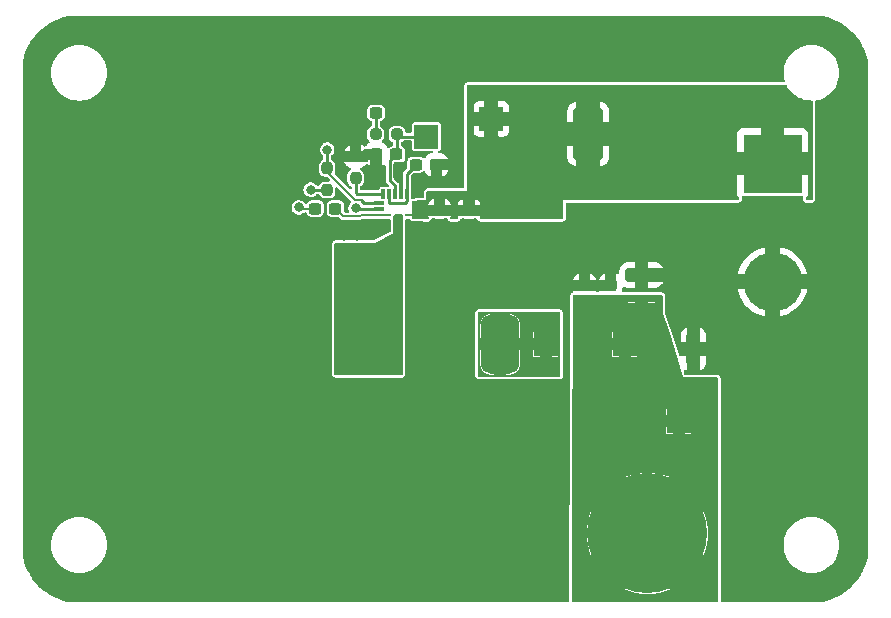
<source format=gbr>
%TF.GenerationSoftware,KiCad,Pcbnew,(6.0.8)*%
%TF.CreationDate,2023-02-08T18:10:39+01:00*%
%TF.ProjectId,power supply prototype,706f7765-7220-4737-9570-706c79207072,rev?*%
%TF.SameCoordinates,Original*%
%TF.FileFunction,Copper,L1,Top*%
%TF.FilePolarity,Positive*%
%FSLAX46Y46*%
G04 Gerber Fmt 4.6, Leading zero omitted, Abs format (unit mm)*
G04 Created by KiCad (PCBNEW (6.0.8)) date 2023-02-08 18:10:39*
%MOMM*%
%LPD*%
G01*
G04 APERTURE LIST*
G04 Aperture macros list*
%AMRoundRect*
0 Rectangle with rounded corners*
0 $1 Rounding radius*
0 $2 $3 $4 $5 $6 $7 $8 $9 X,Y pos of 4 corners*
0 Add a 4 corners polygon primitive as box body*
4,1,4,$2,$3,$4,$5,$6,$7,$8,$9,$2,$3,0*
0 Add four circle primitives for the rounded corners*
1,1,$1+$1,$2,$3*
1,1,$1+$1,$4,$5*
1,1,$1+$1,$6,$7*
1,1,$1+$1,$8,$9*
0 Add four rect primitives between the rounded corners*
20,1,$1+$1,$2,$3,$4,$5,0*
20,1,$1+$1,$4,$5,$6,$7,0*
20,1,$1+$1,$6,$7,$8,$9,0*
20,1,$1+$1,$8,$9,$2,$3,0*%
G04 Aperture macros list end*
%TA.AperFunction,SMDPad,CuDef*%
%ADD10RoundRect,0.250000X-1.000000X1.950000X-1.000000X-1.950000X1.000000X-1.950000X1.000000X1.950000X0*%
%TD*%
%TA.AperFunction,SMDPad,CuDef*%
%ADD11R,0.914400X0.304800*%
%TD*%
%TA.AperFunction,SMDPad,CuDef*%
%ADD12R,1.498600X0.254000*%
%TD*%
%TA.AperFunction,SMDPad,CuDef*%
%ADD13R,0.355600X1.999996*%
%TD*%
%TA.AperFunction,SMDPad,CuDef*%
%ADD14R,0.304800X0.812800*%
%TD*%
%TA.AperFunction,SMDPad,CuDef*%
%ADD15RoundRect,0.237500X-0.237500X0.300000X-0.237500X-0.300000X0.237500X-0.300000X0.237500X0.300000X0*%
%TD*%
%TA.AperFunction,ComponentPad*%
%ADD16R,2.000000X2.000000*%
%TD*%
%TA.AperFunction,SMDPad,CuDef*%
%ADD17RoundRect,0.237500X0.237500X-0.300000X0.237500X0.300000X-0.237500X0.300000X-0.237500X-0.300000X0*%
%TD*%
%TA.AperFunction,SMDPad,CuDef*%
%ADD18RoundRect,0.237500X-0.300000X-0.237500X0.300000X-0.237500X0.300000X0.237500X-0.300000X0.237500X0*%
%TD*%
%TA.AperFunction,SMDPad,CuDef*%
%ADD19RoundRect,0.250000X-0.325000X-1.100000X0.325000X-1.100000X0.325000X1.100000X-0.325000X1.100000X0*%
%TD*%
%TA.AperFunction,SMDPad,CuDef*%
%ADD20RoundRect,0.812500X-0.812500X-1.687500X0.812500X-1.687500X0.812500X1.687500X-0.812500X1.687500X0*%
%TD*%
%TA.AperFunction,SMDPad,CuDef*%
%ADD21RoundRect,0.237500X0.300000X0.237500X-0.300000X0.237500X-0.300000X-0.237500X0.300000X-0.237500X0*%
%TD*%
%TA.AperFunction,SMDPad,CuDef*%
%ADD22RoundRect,0.237500X0.250000X0.237500X-0.250000X0.237500X-0.250000X-0.237500X0.250000X-0.237500X0*%
%TD*%
%TA.AperFunction,SMDPad,CuDef*%
%ADD23RoundRect,0.237500X-0.237500X0.250000X-0.237500X-0.250000X0.237500X-0.250000X0.237500X0.250000X0*%
%TD*%
%TA.AperFunction,ComponentPad*%
%ADD24R,5.000000X5.000000*%
%TD*%
%TA.AperFunction,ComponentPad*%
%ADD25O,5.000000X5.000000*%
%TD*%
%TA.AperFunction,SMDPad,CuDef*%
%ADD26RoundRect,0.250000X1.100000X-0.325000X1.100000X0.325000X-1.100000X0.325000X-1.100000X-0.325000X0*%
%TD*%
%TA.AperFunction,SMDPad,CuDef*%
%ADD27RoundRect,0.237500X0.237500X-0.250000X0.237500X0.250000X-0.237500X0.250000X-0.237500X-0.250000X0*%
%TD*%
%TA.AperFunction,ComponentPad*%
%ADD28C,10.160000*%
%TD*%
%TA.AperFunction,ViaPad*%
%ADD29C,0.800000*%
%TD*%
%TA.AperFunction,Conductor*%
%ADD30C,0.200000*%
%TD*%
%TA.AperFunction,Conductor*%
%ADD31C,0.250000*%
%TD*%
G04 APERTURE END LIST*
D10*
%TO.P,CSup2,1*%
%TO.N,+BATT*%
X148100000Y-78200000D03*
%TO.P,CSup2,2*%
%TO.N,-BATT*%
X148100000Y-86600000D03*
%TD*%
D11*
%TO.P,U1,1,OUT*%
%TO.N,+5V*%
X130358601Y-84049996D03*
%TO.P,U1,2,RESET*%
%TO.N,/power supply/RESET*%
X130358601Y-84549997D03*
D12*
%TO.P,U1,3,BST*%
%TO.N,/power supply/BST*%
X130650700Y-85050000D03*
%TO.P,U1,4,PGND*%
%TO.N,-BATT*%
X130650700Y-85699999D03*
%TO.P,U1,5,PGND*%
X130650700Y-86350001D03*
D13*
%TO.P,U1,6,LX*%
%TO.N,/power supply/LX*%
X132000000Y-86225005D03*
D12*
%TO.P,U1,7,PGND*%
%TO.N,-BATT*%
X133349300Y-86350013D03*
%TO.P,U1,8,PGND*%
X133349300Y-85699999D03*
%TO.P,U1,9,SUPSW*%
%TO.N,+BATT*%
X133349300Y-85050013D03*
D11*
%TO.P,U1,10,SUP*%
X133641399Y-84549997D03*
%TO.P,U1,11,EN*%
X133641399Y-84049996D03*
D14*
%TO.P,U1,12,SYNC*%
%TO.N,-BATT*%
X133250000Y-83293600D03*
%TO.P,U1,13,BIAS*%
%TO.N,/power supply/BIAS*%
X132750001Y-83293600D03*
%TO.P,U1,14,GND*%
%TO.N,-BATT*%
X132250000Y-83293600D03*
%TO.P,U1,15,COMP*%
%TO.N,/power supply/COMP*%
X131750000Y-83293600D03*
%TO.P,U1,16,FB*%
%TO.N,/power supply/BIAS*%
X131249999Y-83293600D03*
%TO.P,U1,17,FOSC*%
%TO.N,/power supply/FOSC*%
X130750000Y-83293600D03*
%TD*%
D15*
%TO.P,Cbyp1,1*%
%TO.N,+BATT*%
X135500000Y-84637500D03*
%TO.P,Cbyp1,2*%
%TO.N,-BATT*%
X135500000Y-86362500D03*
%TD*%
D16*
%TO.P,TP4,1,1*%
%TO.N,/power supply/COMP*%
X134400000Y-78400000D03*
%TD*%
D17*
%TO.P,DNp,1*%
%TO.N,+5V*%
X147800000Y-92725000D03*
%TO.P,DNp,2*%
%TO.N,-BATT*%
X147800000Y-91000000D03*
%TD*%
D18*
%TO.P,Cc1,1*%
%TO.N,Net-(Cc1-Pad1)*%
X130137500Y-76400000D03*
%TO.P,Cc1,2*%
%TO.N,-BATT*%
X131862500Y-76400000D03*
%TD*%
D19*
%TO.P,Cout3,1*%
%TO.N,+5V*%
X154050000Y-96400000D03*
%TO.P,Cout3,2*%
%TO.N,-BATT*%
X157000000Y-96400000D03*
%TD*%
D20*
%TO.P,L1,2,2*%
%TO.N,Net-(L1-Pad2)*%
X140650000Y-96000000D03*
%TO.P,L1,1,1*%
%TO.N,/power supply/LX*%
X129350000Y-96000000D03*
%TD*%
D16*
%TO.P,TP1,1,1*%
%TO.N,+BATT*%
X139900000Y-76900000D03*
%TD*%
D21*
%TO.P,CF1,1*%
%TO.N,/power supply/COMP*%
X131862500Y-79900000D03*
%TO.P,CF1,2*%
%TO.N,-BATT*%
X130137500Y-79900000D03*
%TD*%
D22*
%TO.P,RCOMP1,1*%
%TO.N,/power supply/COMP*%
X131912500Y-78200000D03*
%TO.P,RCOMP1,2*%
%TO.N,Net-(Cc1-Pad1)*%
X130087500Y-78200000D03*
%TD*%
D16*
%TO.P,TP5,1,1*%
%TO.N,Net-(L1-Pad2)*%
X144500000Y-96000000D03*
%TD*%
%TO.P,TP3,1,1*%
%TO.N,+5V*%
X155750000Y-102500000D03*
%TD*%
D18*
%TO.P,CBIAS1,1*%
%TO.N,/power supply/BIAS*%
X133500000Y-80800000D03*
%TO.P,CBIAS1,2*%
%TO.N,-BATT*%
X135225000Y-80800000D03*
%TD*%
D16*
%TO.P,TP2,1,1*%
%TO.N,+5V*%
X151200000Y-96000000D03*
%TD*%
D18*
%TO.P,Cbst1,1*%
%TO.N,/power supply/LX*%
X124975000Y-84500000D03*
%TO.P,Cbst1,2*%
%TO.N,/power supply/BST*%
X126700000Y-84500000D03*
%TD*%
D23*
%TO.P,R_RST1,1*%
%TO.N,+5V*%
X126000000Y-81087500D03*
%TO.P,R_RST1,2*%
%TO.N,/power supply/RESET*%
X126000000Y-82912500D03*
%TD*%
D24*
%TO.P,Input,1,Pin_1*%
%TO.N,+BATT*%
X163700000Y-80700000D03*
D25*
%TO.P,Input,2,Pin_2*%
%TO.N,-BATT*%
X163700000Y-90700000D03*
%TD*%
D17*
%TO.P,DNP,1*%
%TO.N,+5V*%
X150000000Y-92725000D03*
%TO.P,DNP,2*%
%TO.N,-BATT*%
X150000000Y-91000000D03*
%TD*%
D15*
%TO.P,Csup1,1*%
%TO.N,+BATT*%
X138000000Y-84637500D03*
%TO.P,Csup1,2*%
%TO.N,-BATT*%
X138000000Y-86362500D03*
%TD*%
D26*
%TO.P,Cout1,1*%
%TO.N,+5V*%
X152600000Y-93075000D03*
%TO.P,Cout1,2*%
%TO.N,-BATT*%
X152600000Y-90125000D03*
%TD*%
D27*
%TO.P,R_OSC1,1*%
%TO.N,/power supply/FOSC*%
X128400000Y-81912500D03*
%TO.P,R_OSC1,2*%
%TO.N,-BATT*%
X128400000Y-80087500D03*
%TD*%
D28*
%TO.P,J1,2,Pin_2*%
%TO.N,+5V*%
X153100000Y-112000000D03*
%TO.P,J1,1,Pin_1*%
%TO.N,-BATT*%
X123130000Y-112000000D03*
%TD*%
D29*
%TO.N,-BATT*%
X136750000Y-77750000D03*
X136750000Y-79500000D03*
X138500000Y-90000000D03*
X137250000Y-90000000D03*
X136000000Y-90000000D03*
X134750000Y-90000000D03*
X139500000Y-88750000D03*
X139500000Y-87750000D03*
X138500000Y-88750000D03*
X138500000Y-87750000D03*
X137250000Y-88750000D03*
X137250000Y-87750000D03*
X136000000Y-88750000D03*
X136000000Y-87750000D03*
X134750000Y-88750000D03*
X134750000Y-87750000D03*
X133500000Y-88750000D03*
X133500000Y-87750000D03*
%TO.N,+5V*%
X148000000Y-94500000D03*
%TO.N,-BATT*%
X126400000Y-86800000D03*
X128500000Y-86800000D03*
X126900000Y-86000000D03*
X133400000Y-75900000D03*
X136700000Y-75900000D03*
X129000000Y-86000000D03*
X125800000Y-85900000D03*
X127400000Y-86800000D03*
X125300000Y-86700000D03*
X132100000Y-81200000D03*
X136800000Y-81800000D03*
X127900000Y-86000000D03*
%TO.N,/power supply/LX*%
X127000000Y-87800000D03*
X123600000Y-84400000D03*
%TO.N,+5V*%
X126000000Y-79500000D03*
%TO.N,/power supply/RESET*%
X124600000Y-82900000D03*
X128399248Y-84454917D03*
%TD*%
D30*
%TO.N,/power supply/BST*%
X127359917Y-85149917D02*
X127354917Y-85154917D01*
X128850000Y-85050000D02*
X128750083Y-85149917D01*
X128750083Y-85149917D02*
X127359917Y-85149917D01*
X128850000Y-85050000D02*
X130650700Y-85050000D01*
X126700000Y-84500000D02*
X127354917Y-85154917D01*
D31*
%TO.N,/power supply/BIAS*%
X131272600Y-84025000D02*
X132547600Y-84025000D01*
X132750001Y-81549999D02*
X133500000Y-80800000D01*
X132750001Y-83293600D02*
X132750001Y-81549999D01*
X131249999Y-83293600D02*
X131249999Y-84002399D01*
X132750001Y-83822599D02*
X132750001Y-83293600D01*
X131249999Y-84002399D02*
X131272600Y-84025000D01*
X132547600Y-84025000D02*
X132750001Y-83822599D01*
D30*
%TO.N,/power supply/LX*%
X123700000Y-84500000D02*
X123600000Y-84400000D01*
X124975000Y-84500000D02*
X123700000Y-84500000D01*
D31*
%TO.N,Net-(Cc1-Pad1)*%
X130137500Y-76400000D02*
X130137500Y-78150000D01*
X130137500Y-78150000D02*
X130087500Y-78200000D01*
%TO.N,/power supply/COMP*%
X131912500Y-78200000D02*
X131912500Y-79950000D01*
X131750000Y-83293600D02*
X131750000Y-82550000D01*
X131275000Y-80487500D02*
X131862500Y-79900000D01*
X131275000Y-82075000D02*
X131275000Y-80487500D01*
X132112500Y-78400000D02*
X131912500Y-78200000D01*
X131750000Y-82550000D02*
X131275000Y-82075000D01*
X134400000Y-78400000D02*
X132112500Y-78400000D01*
D30*
%TO.N,+5V*%
X128843600Y-83743600D02*
X128342559Y-83743600D01*
X126000000Y-81401041D02*
X126000000Y-81087500D01*
D31*
X130358601Y-84049996D02*
X129149996Y-84049996D01*
D30*
X128342559Y-83743600D02*
X126000000Y-81401041D01*
D31*
X129149996Y-84049996D02*
X128843600Y-83743600D01*
X126000000Y-79500000D02*
X126000000Y-81087500D01*
%TO.N,/power supply/FOSC*%
X128493600Y-83293600D02*
X130750000Y-83293600D01*
X128400000Y-83200000D02*
X128493600Y-83293600D01*
X128400000Y-81912500D02*
X128400000Y-83200000D01*
%TO.N,/power supply/RESET*%
X125987500Y-82900000D02*
X126000000Y-82912500D01*
X124600000Y-82900000D02*
X125987500Y-82900000D01*
X130358601Y-84549997D02*
X128449997Y-84549997D01*
X128399248Y-84499248D02*
X128399248Y-84454917D01*
X128449997Y-84549997D02*
X128399248Y-84499248D01*
%TD*%
%TA.AperFunction,Conductor*%
%TO.N,+BATT*%
G36*
X164862142Y-74020002D02*
G01*
X164907027Y-74070270D01*
X164960040Y-74177771D01*
X165131222Y-74433964D01*
X165133936Y-74437058D01*
X165133940Y-74437064D01*
X165331671Y-74662531D01*
X165334380Y-74665620D01*
X165337469Y-74668329D01*
X165562936Y-74866060D01*
X165562942Y-74866064D01*
X165566036Y-74868778D01*
X165822229Y-75039960D01*
X165825928Y-75041784D01*
X165825933Y-75041787D01*
X165967962Y-75111828D01*
X166098573Y-75176238D01*
X166102478Y-75177564D01*
X166102479Y-75177564D01*
X166386434Y-75273954D01*
X166386437Y-75273955D01*
X166390341Y-75275280D01*
X166394380Y-75276083D01*
X166394386Y-75276085D01*
X166688497Y-75334587D01*
X166688500Y-75334587D01*
X166692540Y-75335391D01*
X166696651Y-75335660D01*
X166696655Y-75335661D01*
X166921010Y-75350366D01*
X166921019Y-75350366D01*
X166923059Y-75350500D01*
X166974000Y-75350500D01*
X167042121Y-75370502D01*
X167088614Y-75424158D01*
X167100000Y-75476500D01*
X167100000Y-83674000D01*
X167079998Y-83742121D01*
X167026342Y-83788614D01*
X166974000Y-83800000D01*
X166624766Y-83800000D01*
X166556645Y-83779998D01*
X166510152Y-83726342D01*
X166500048Y-83656068D01*
X166529542Y-83591488D01*
X166549200Y-83573174D01*
X166555726Y-83568283D01*
X166568285Y-83555724D01*
X166644786Y-83453649D01*
X166653324Y-83438054D01*
X166698478Y-83317606D01*
X166702105Y-83302351D01*
X166707631Y-83251486D01*
X166708000Y-83244672D01*
X166708000Y-81718115D01*
X166703525Y-81702876D01*
X166702135Y-81701671D01*
X166694452Y-81700000D01*
X160710116Y-81700000D01*
X160694877Y-81704475D01*
X160693672Y-81705865D01*
X160692001Y-81713548D01*
X160692001Y-83244669D01*
X160692371Y-83251490D01*
X160697895Y-83302352D01*
X160701521Y-83317604D01*
X160746676Y-83438054D01*
X160755214Y-83453649D01*
X160831715Y-83555724D01*
X160844274Y-83568283D01*
X160850800Y-83573174D01*
X160893314Y-83630034D01*
X160898339Y-83700853D01*
X160864279Y-83763146D01*
X160801948Y-83797136D01*
X160775234Y-83800000D01*
X146000000Y-83800000D01*
X146000000Y-80197095D01*
X146342001Y-80197095D01*
X146342338Y-80203614D01*
X146352257Y-80299206D01*
X146355149Y-80312600D01*
X146406588Y-80466784D01*
X146412761Y-80479962D01*
X146498063Y-80617807D01*
X146507099Y-80629208D01*
X146621829Y-80743739D01*
X146633240Y-80752751D01*
X146771243Y-80837816D01*
X146784424Y-80843963D01*
X146938710Y-80895138D01*
X146952086Y-80898005D01*
X147046438Y-80907672D01*
X147052854Y-80908000D01*
X147081885Y-80908000D01*
X147097124Y-80903525D01*
X147098329Y-80902135D01*
X147100000Y-80894452D01*
X147100000Y-80889884D01*
X149100000Y-80889884D01*
X149104475Y-80905123D01*
X149105865Y-80906328D01*
X149113548Y-80907999D01*
X149147095Y-80907999D01*
X149153614Y-80907662D01*
X149249206Y-80897743D01*
X149262600Y-80894851D01*
X149416784Y-80843412D01*
X149429962Y-80837239D01*
X149567807Y-80751937D01*
X149579208Y-80742901D01*
X149693739Y-80628171D01*
X149702751Y-80616760D01*
X149787816Y-80478757D01*
X149793963Y-80465576D01*
X149845138Y-80311290D01*
X149848005Y-80297914D01*
X149857672Y-80203562D01*
X149858000Y-80197146D01*
X149858000Y-79681885D01*
X160692000Y-79681885D01*
X160696475Y-79697124D01*
X160697865Y-79698329D01*
X160705548Y-79700000D01*
X162681885Y-79700000D01*
X162697124Y-79695525D01*
X162698329Y-79694135D01*
X162700000Y-79686452D01*
X162700000Y-79681885D01*
X164700000Y-79681885D01*
X164704475Y-79697124D01*
X164705865Y-79698329D01*
X164713548Y-79700000D01*
X166689884Y-79700000D01*
X166705123Y-79695525D01*
X166706328Y-79694135D01*
X166707999Y-79686452D01*
X166707999Y-78155331D01*
X166707629Y-78148510D01*
X166702105Y-78097648D01*
X166698479Y-78082396D01*
X166653324Y-77961946D01*
X166644786Y-77946351D01*
X166568285Y-77844276D01*
X166555724Y-77831715D01*
X166453649Y-77755214D01*
X166438054Y-77746676D01*
X166317606Y-77701522D01*
X166302351Y-77697895D01*
X166251486Y-77692369D01*
X166244672Y-77692000D01*
X164718115Y-77692000D01*
X164702876Y-77696475D01*
X164701671Y-77697865D01*
X164700000Y-77705548D01*
X164700000Y-79681885D01*
X162700000Y-79681885D01*
X162700000Y-77710116D01*
X162695525Y-77694877D01*
X162694135Y-77693672D01*
X162686452Y-77692001D01*
X161155331Y-77692001D01*
X161148510Y-77692371D01*
X161097648Y-77697895D01*
X161082396Y-77701521D01*
X160961946Y-77746676D01*
X160946351Y-77755214D01*
X160844276Y-77831715D01*
X160831715Y-77844276D01*
X160755214Y-77946351D01*
X160746676Y-77961946D01*
X160701522Y-78082394D01*
X160697895Y-78097649D01*
X160692369Y-78148514D01*
X160692000Y-78155328D01*
X160692000Y-79681885D01*
X149858000Y-79681885D01*
X149858000Y-79218115D01*
X149853525Y-79202876D01*
X149852135Y-79201671D01*
X149844452Y-79200000D01*
X149118115Y-79200000D01*
X149102876Y-79204475D01*
X149101671Y-79205865D01*
X149100000Y-79213548D01*
X149100000Y-80889884D01*
X147100000Y-80889884D01*
X147100000Y-79218115D01*
X147095525Y-79202876D01*
X147094135Y-79201671D01*
X147086452Y-79200000D01*
X146360116Y-79200000D01*
X146344877Y-79204475D01*
X146343672Y-79205865D01*
X146342001Y-79213548D01*
X146342001Y-80197095D01*
X146000000Y-80197095D01*
X146000000Y-77181885D01*
X146342000Y-77181885D01*
X146346475Y-77197124D01*
X146347865Y-77198329D01*
X146355548Y-77200000D01*
X147081885Y-77200000D01*
X147097124Y-77195525D01*
X147098329Y-77194135D01*
X147100000Y-77186452D01*
X147100000Y-77181885D01*
X149100000Y-77181885D01*
X149104475Y-77197124D01*
X149105865Y-77198329D01*
X149113548Y-77200000D01*
X149839884Y-77200000D01*
X149855123Y-77195525D01*
X149856328Y-77194135D01*
X149857999Y-77186452D01*
X149857999Y-76202905D01*
X149857662Y-76196386D01*
X149847743Y-76100794D01*
X149844851Y-76087400D01*
X149793412Y-75933216D01*
X149787239Y-75920038D01*
X149701937Y-75782193D01*
X149692901Y-75770792D01*
X149578171Y-75656261D01*
X149566760Y-75647249D01*
X149428757Y-75562184D01*
X149415576Y-75556037D01*
X149261290Y-75504862D01*
X149247914Y-75501995D01*
X149153562Y-75492328D01*
X149147145Y-75492000D01*
X149118115Y-75492000D01*
X149102876Y-75496475D01*
X149101671Y-75497865D01*
X149100000Y-75505548D01*
X149100000Y-77181885D01*
X147100000Y-77181885D01*
X147100000Y-75510116D01*
X147095525Y-75494877D01*
X147094135Y-75493672D01*
X147086452Y-75492001D01*
X147052905Y-75492001D01*
X147046386Y-75492338D01*
X146950794Y-75502257D01*
X146937400Y-75505149D01*
X146783216Y-75556588D01*
X146770038Y-75562761D01*
X146632193Y-75648063D01*
X146620792Y-75657099D01*
X146506261Y-75771829D01*
X146497249Y-75783240D01*
X146412184Y-75921243D01*
X146406037Y-75934424D01*
X146354862Y-76088710D01*
X146351995Y-76102086D01*
X146342328Y-76196438D01*
X146342000Y-76202855D01*
X146342000Y-77181885D01*
X146000000Y-77181885D01*
X146000000Y-74000000D01*
X164794021Y-74000000D01*
X164862142Y-74020002D01*
G37*
%TD.AperFunction*%
%TD*%
%TA.AperFunction,Conductor*%
%TO.N,+BATT*%
G36*
X146000000Y-85274000D02*
G01*
X145979998Y-85342121D01*
X145926342Y-85388614D01*
X145874000Y-85400000D01*
X139035675Y-85400000D01*
X138967554Y-85379998D01*
X138921061Y-85326342D01*
X138910957Y-85256068D01*
X138916082Y-85234333D01*
X138950789Y-85129694D01*
X138951278Y-85115601D01*
X138945066Y-85112500D01*
X137061511Y-85112500D01*
X137047980Y-85116473D01*
X137046999Y-85123299D01*
X137083973Y-85234124D01*
X137086557Y-85305073D01*
X137050374Y-85366157D01*
X136986909Y-85397982D01*
X136964449Y-85400000D01*
X136535675Y-85400000D01*
X136467554Y-85379998D01*
X136421061Y-85326342D01*
X136410957Y-85256068D01*
X136416082Y-85234333D01*
X136450789Y-85129694D01*
X136451278Y-85115601D01*
X136445066Y-85112500D01*
X134561511Y-85112500D01*
X134547980Y-85116473D01*
X134546999Y-85123299D01*
X134583973Y-85234124D01*
X134586557Y-85305073D01*
X134550374Y-85366157D01*
X134486909Y-85397982D01*
X134464449Y-85400000D01*
X134400000Y-85400000D01*
X134400000Y-84159399D01*
X134548722Y-84159399D01*
X134554934Y-84162500D01*
X135006885Y-84162500D01*
X135022124Y-84158025D01*
X135023329Y-84156635D01*
X135025000Y-84148952D01*
X135025000Y-84144385D01*
X135975000Y-84144385D01*
X135979475Y-84159624D01*
X135980865Y-84160829D01*
X135988548Y-84162500D01*
X136438489Y-84162500D01*
X136449050Y-84159399D01*
X137048722Y-84159399D01*
X137054934Y-84162500D01*
X137506885Y-84162500D01*
X137522124Y-84158025D01*
X137523329Y-84156635D01*
X137525000Y-84148952D01*
X137525000Y-84144385D01*
X138475000Y-84144385D01*
X138479475Y-84159624D01*
X138480865Y-84160829D01*
X138488548Y-84162500D01*
X138938489Y-84162500D01*
X138952020Y-84158527D01*
X138953001Y-84151701D01*
X138912222Y-84029471D01*
X138906048Y-84016292D01*
X138823263Y-83882513D01*
X138814227Y-83871112D01*
X138702879Y-83759958D01*
X138691468Y-83750946D01*
X138557535Y-83668389D01*
X138544354Y-83662242D01*
X138492194Y-83644941D01*
X138478101Y-83644452D01*
X138475000Y-83650663D01*
X138475000Y-84144385D01*
X137525000Y-84144385D01*
X137525000Y-83657363D01*
X137521027Y-83643832D01*
X137514201Y-83642851D01*
X137454471Y-83662778D01*
X137441292Y-83668952D01*
X137307513Y-83751737D01*
X137296112Y-83760773D01*
X137184958Y-83872121D01*
X137175946Y-83883532D01*
X137093387Y-84017467D01*
X137087243Y-84030645D01*
X137049211Y-84145306D01*
X137048722Y-84159399D01*
X136449050Y-84159399D01*
X136452020Y-84158527D01*
X136453001Y-84151701D01*
X136412222Y-84029471D01*
X136406048Y-84016292D01*
X136323263Y-83882513D01*
X136314227Y-83871112D01*
X136202879Y-83759958D01*
X136191468Y-83750946D01*
X136057535Y-83668389D01*
X136044354Y-83662242D01*
X135992194Y-83644941D01*
X135978101Y-83644452D01*
X135975000Y-83650663D01*
X135975000Y-84144385D01*
X135025000Y-84144385D01*
X135025000Y-83657363D01*
X135021027Y-83643832D01*
X135014201Y-83642851D01*
X134954471Y-83662778D01*
X134941292Y-83668952D01*
X134807513Y-83751737D01*
X134796112Y-83760773D01*
X134684958Y-83872121D01*
X134675946Y-83883532D01*
X134593387Y-84017467D01*
X134587243Y-84030645D01*
X134549211Y-84145306D01*
X134548722Y-84159399D01*
X134400000Y-84159399D01*
X134400000Y-83126000D01*
X134420002Y-83057879D01*
X134473658Y-83011386D01*
X134526000Y-83000000D01*
X137800000Y-83000000D01*
X137800000Y-77943915D01*
X138400000Y-77943915D01*
X138400369Y-77950729D01*
X138405789Y-78000621D01*
X138409414Y-78015867D01*
X138453767Y-78134177D01*
X138462299Y-78149763D01*
X138537430Y-78250009D01*
X138549991Y-78262570D01*
X138650237Y-78337701D01*
X138665823Y-78346233D01*
X138784133Y-78390586D01*
X138799379Y-78394211D01*
X138849271Y-78399631D01*
X138856085Y-78400000D01*
X139281885Y-78400000D01*
X139297124Y-78395525D01*
X139298329Y-78394135D01*
X139300000Y-78386452D01*
X139300000Y-78381885D01*
X140500000Y-78381885D01*
X140504475Y-78397124D01*
X140505865Y-78398329D01*
X140513548Y-78400000D01*
X140943915Y-78400000D01*
X140950729Y-78399631D01*
X141000621Y-78394211D01*
X141015867Y-78390586D01*
X141134177Y-78346233D01*
X141149763Y-78337701D01*
X141250009Y-78262570D01*
X141262570Y-78250009D01*
X141337701Y-78149763D01*
X141346233Y-78134177D01*
X141390586Y-78015867D01*
X141394211Y-78000621D01*
X141399631Y-77950729D01*
X141400000Y-77943915D01*
X141400000Y-77518115D01*
X141395525Y-77502876D01*
X141394135Y-77501671D01*
X141386452Y-77500000D01*
X140518115Y-77500000D01*
X140502876Y-77504475D01*
X140501671Y-77505865D01*
X140500000Y-77513548D01*
X140500000Y-78381885D01*
X139300000Y-78381885D01*
X139300000Y-77518115D01*
X139295525Y-77502876D01*
X139294135Y-77501671D01*
X139286452Y-77500000D01*
X138418115Y-77500000D01*
X138402876Y-77504475D01*
X138401671Y-77505865D01*
X138400000Y-77513548D01*
X138400000Y-77943915D01*
X137800000Y-77943915D01*
X137800000Y-76281885D01*
X138400000Y-76281885D01*
X138404475Y-76297124D01*
X138405865Y-76298329D01*
X138413548Y-76300000D01*
X139281885Y-76300000D01*
X139297124Y-76295525D01*
X139298329Y-76294135D01*
X139300000Y-76286452D01*
X139300000Y-76281885D01*
X140500000Y-76281885D01*
X140504475Y-76297124D01*
X140505865Y-76298329D01*
X140513548Y-76300000D01*
X141381885Y-76300000D01*
X141397124Y-76295525D01*
X141398329Y-76294135D01*
X141400000Y-76286452D01*
X141400000Y-75856085D01*
X141399631Y-75849271D01*
X141394211Y-75799379D01*
X141390586Y-75784133D01*
X141346233Y-75665823D01*
X141337701Y-75650237D01*
X141262570Y-75549991D01*
X141250009Y-75537430D01*
X141149763Y-75462299D01*
X141134177Y-75453767D01*
X141015867Y-75409414D01*
X141000621Y-75405789D01*
X140950729Y-75400369D01*
X140943915Y-75400000D01*
X140518115Y-75400000D01*
X140502876Y-75404475D01*
X140501671Y-75405865D01*
X140500000Y-75413548D01*
X140500000Y-76281885D01*
X139300000Y-76281885D01*
X139300000Y-75418115D01*
X139295525Y-75402876D01*
X139294135Y-75401671D01*
X139286452Y-75400000D01*
X138856085Y-75400000D01*
X138849271Y-75400369D01*
X138799379Y-75405789D01*
X138784133Y-75409414D01*
X138665823Y-75453767D01*
X138650237Y-75462299D01*
X138549991Y-75537430D01*
X138537430Y-75549991D01*
X138462299Y-75650237D01*
X138453767Y-75665823D01*
X138409414Y-75784133D01*
X138405789Y-75799379D01*
X138400369Y-75849271D01*
X138400000Y-75856085D01*
X138400000Y-76281885D01*
X137800000Y-76281885D01*
X137800000Y-74126000D01*
X137820002Y-74057879D01*
X137873658Y-74011386D01*
X137926000Y-74000000D01*
X146000000Y-74000000D01*
X146000000Y-85274000D01*
G37*
%TD.AperFunction*%
%TD*%
%TA.AperFunction,Conductor*%
%TO.N,+BATT*%
G36*
X134400000Y-85400000D02*
G01*
X134229861Y-85400000D01*
X134191974Y-85392464D01*
X134184940Y-85389550D01*
X134176831Y-85384132D01*
X134167268Y-85382230D01*
X134167266Y-85382229D01*
X134144595Y-85377720D01*
X134118348Y-85372499D01*
X133299000Y-85372499D01*
X133240809Y-85353592D01*
X133204845Y-85304092D01*
X133200000Y-85273499D01*
X133200000Y-83999500D01*
X133218907Y-83941309D01*
X133268407Y-83905345D01*
X133299000Y-83900500D01*
X133422148Y-83900500D01*
X133448395Y-83895279D01*
X133471066Y-83890770D01*
X133471068Y-83890769D01*
X133480631Y-83888867D01*
X133546952Y-83844552D01*
X133552371Y-83836442D01*
X133559263Y-83829550D01*
X133562080Y-83832367D01*
X133595352Y-83806126D01*
X133629637Y-83800000D01*
X134400000Y-83800000D01*
X134400000Y-85400000D01*
G37*
%TD.AperFunction*%
%TD*%
%TA.AperFunction,Conductor*%
%TO.N,/power supply/LX*%
G36*
X132358691Y-85018907D02*
G01*
X132394655Y-85068407D01*
X132399500Y-85099000D01*
X132399500Y-85196761D01*
X132399833Y-85198433D01*
X132400000Y-85201838D01*
X132400000Y-85548174D01*
X132399833Y-85551579D01*
X132399500Y-85553251D01*
X132399500Y-85846747D01*
X132399833Y-85848419D01*
X132400000Y-85851824D01*
X132400000Y-86198188D01*
X132399833Y-86201593D01*
X132399500Y-86203265D01*
X132399500Y-86496761D01*
X132399833Y-86498433D01*
X132400000Y-86501838D01*
X132400000Y-98501000D01*
X132381093Y-98559191D01*
X132331593Y-98595155D01*
X132301000Y-98600000D01*
X130000000Y-98600000D01*
X130000000Y-87400000D01*
X130010307Y-87394846D01*
X130010309Y-87394846D01*
X131449772Y-86675114D01*
X131459739Y-86671699D01*
X131459657Y-86671502D01*
X131468665Y-86667771D01*
X131478231Y-86665868D01*
X131502697Y-86649520D01*
X131513415Y-86643293D01*
X131600000Y-86600000D01*
X131600000Y-86501826D01*
X131600167Y-86498421D01*
X131600500Y-86496749D01*
X131600500Y-86203253D01*
X131600167Y-86201581D01*
X131600000Y-86198176D01*
X131600000Y-85851824D01*
X131600167Y-85848419D01*
X131600500Y-85846747D01*
X131600500Y-85553251D01*
X131600167Y-85551579D01*
X131600000Y-85548174D01*
X131600000Y-85201825D01*
X131600167Y-85198420D01*
X131600500Y-85196748D01*
X131600500Y-85099000D01*
X131619407Y-85040809D01*
X131668907Y-85004845D01*
X131699500Y-85000000D01*
X132300500Y-85000000D01*
X132358691Y-85018907D01*
G37*
%TD.AperFunction*%
%TD*%
%TA.AperFunction,Conductor*%
%TO.N,/power supply/LX*%
G36*
X127365029Y-87401078D02*
G01*
X127400000Y-87405682D01*
X127408188Y-87404604D01*
X127434971Y-87401078D01*
X127451417Y-87400000D01*
X128448583Y-87400000D01*
X128465029Y-87401078D01*
X128500000Y-87405682D01*
X128508188Y-87404604D01*
X128534971Y-87401078D01*
X128551417Y-87400000D01*
X130000000Y-87400000D01*
X130000000Y-98600000D01*
X126726000Y-98600000D01*
X126657879Y-98579998D01*
X126611386Y-98526342D01*
X126600000Y-98474000D01*
X126600000Y-87526000D01*
X126620002Y-87457879D01*
X126673658Y-87411386D01*
X126726000Y-87400000D01*
X127348583Y-87400000D01*
X127365029Y-87401078D01*
G37*
%TD.AperFunction*%
%TD*%
%TA.AperFunction,Conductor*%
%TO.N,-BATT*%
G36*
X167954854Y-68210550D02*
G01*
X167957286Y-68211646D01*
X167964113Y-68211474D01*
X167964119Y-68211475D01*
X167964197Y-68211473D01*
X167965455Y-68211608D01*
X167974977Y-68212559D01*
X167975758Y-68212717D01*
X167991462Y-68214406D01*
X168353278Y-68302716D01*
X168361668Y-68305141D01*
X168742622Y-68432822D01*
X168750778Y-68435943D01*
X169104228Y-68588470D01*
X169119670Y-68595134D01*
X169127536Y-68598928D01*
X169481765Y-68788506D01*
X169489285Y-68792946D01*
X169826366Y-69011580D01*
X169833488Y-69016636D01*
X170151042Y-69262784D01*
X170157710Y-69268417D01*
X170453494Y-69540343D01*
X170459657Y-69546506D01*
X170731580Y-69842286D01*
X170737216Y-69848958D01*
X170983364Y-70166512D01*
X170988420Y-70173634D01*
X171207054Y-70510715D01*
X171211491Y-70518230D01*
X171284869Y-70655337D01*
X171401072Y-70872464D01*
X171404865Y-70880328D01*
X171526674Y-71162593D01*
X171564057Y-71249221D01*
X171567178Y-71257378D01*
X171694859Y-71638332D01*
X171697284Y-71646722D01*
X171785464Y-72008003D01*
X171786992Y-72022447D01*
X171787508Y-72025052D01*
X171788423Y-72034377D01*
X171788205Y-72041974D01*
X171789439Y-72044736D01*
X171789493Y-72045289D01*
X171786654Y-93525007D01*
X171783955Y-113948817D01*
X171783908Y-113949282D01*
X171782803Y-113951735D01*
X171782976Y-113958609D01*
X171782975Y-113958616D01*
X171782976Y-113958647D01*
X171782921Y-113959162D01*
X171781899Y-113969379D01*
X171781733Y-113970200D01*
X171780043Y-113985913D01*
X171691731Y-114347724D01*
X171689306Y-114356113D01*
X171561621Y-114737071D01*
X171558503Y-114745220D01*
X171558502Y-114745224D01*
X171558500Y-114745228D01*
X171399311Y-115114109D01*
X171395517Y-115121976D01*
X171341947Y-115222072D01*
X171205932Y-115476217D01*
X171205931Y-115476218D01*
X171201490Y-115483738D01*
X170982858Y-115820814D01*
X170977803Y-115827933D01*
X170731662Y-116145476D01*
X170731657Y-116145482D01*
X170726022Y-116152153D01*
X170454110Y-116447922D01*
X170447935Y-116454098D01*
X170152137Y-116726038D01*
X170145502Y-116731642D01*
X169827921Y-116977813D01*
X169820814Y-116982858D01*
X169483737Y-117201490D01*
X169476218Y-117205930D01*
X169121966Y-117395522D01*
X169114117Y-117399307D01*
X168745224Y-117558502D01*
X168737067Y-117561623D01*
X168356116Y-117689305D01*
X168347727Y-117691730D01*
X167986448Y-117779913D01*
X167971994Y-117781443D01*
X167969358Y-117781965D01*
X167960100Y-117782873D01*
X167952473Y-117782655D01*
X167949698Y-117783894D01*
X167949139Y-117783949D01*
X159419500Y-117783949D01*
X159358370Y-117764087D01*
X159320590Y-117712087D01*
X159315500Y-117679949D01*
X159315500Y-113000000D01*
X164634435Y-113000000D01*
X164654673Y-113308768D01*
X164715040Y-113612253D01*
X164814503Y-113905263D01*
X164951361Y-114182782D01*
X165123271Y-114440065D01*
X165327293Y-114672707D01*
X165559935Y-114876729D01*
X165817218Y-115048639D01*
X165820264Y-115050141D01*
X165820269Y-115050144D01*
X165949975Y-115114108D01*
X166094737Y-115185497D01*
X166387747Y-115284960D01*
X166391082Y-115285623D01*
X166391088Y-115285625D01*
X166687893Y-115344663D01*
X166687896Y-115344663D01*
X166691232Y-115345327D01*
X166922724Y-115360500D01*
X167077276Y-115360500D01*
X167308768Y-115345327D01*
X167312104Y-115344663D01*
X167312107Y-115344663D01*
X167608912Y-115285625D01*
X167608918Y-115285623D01*
X167612253Y-115284960D01*
X167905263Y-115185497D01*
X168050025Y-115114108D01*
X168179731Y-115050144D01*
X168179736Y-115050141D01*
X168182782Y-115048639D01*
X168440065Y-114876729D01*
X168672707Y-114672707D01*
X168876729Y-114440065D01*
X168935590Y-114351974D01*
X169046748Y-114185613D01*
X169046749Y-114185612D01*
X169048639Y-114182783D01*
X169185497Y-113905263D01*
X169284960Y-113612253D01*
X169345327Y-113308768D01*
X169365565Y-113000000D01*
X169345327Y-112691232D01*
X169284960Y-112387747D01*
X169185497Y-112094737D01*
X169048639Y-111817218D01*
X168876729Y-111559935D01*
X168672707Y-111327293D01*
X168440065Y-111123271D01*
X168182782Y-110951361D01*
X168179736Y-110949859D01*
X168179731Y-110949856D01*
X168041685Y-110881779D01*
X167905263Y-110814503D01*
X167612253Y-110715040D01*
X167608918Y-110714377D01*
X167608912Y-110714375D01*
X167312107Y-110655337D01*
X167312104Y-110655337D01*
X167308768Y-110654673D01*
X167077276Y-110639500D01*
X166922724Y-110639500D01*
X166691232Y-110654673D01*
X166687896Y-110655337D01*
X166687893Y-110655337D01*
X166391088Y-110714375D01*
X166391082Y-110714377D01*
X166387747Y-110715040D01*
X166094737Y-110814503D01*
X165958315Y-110881779D01*
X165820269Y-110949856D01*
X165820264Y-110949859D01*
X165817218Y-110951361D01*
X165559935Y-111123271D01*
X165327293Y-111327293D01*
X165123271Y-111559935D01*
X164951361Y-111817217D01*
X164814503Y-112094737D01*
X164715040Y-112387747D01*
X164654673Y-112691232D01*
X164634435Y-113000000D01*
X159315500Y-113000000D01*
X159315500Y-98899000D01*
X159312847Y-98865291D01*
X159311710Y-98858114D01*
X159308962Y-98840757D01*
X159308961Y-98840753D01*
X159308002Y-98834698D01*
X159269498Y-98741739D01*
X159233534Y-98692239D01*
X159208114Y-98663144D01*
X159191225Y-98653053D01*
X159130796Y-98616949D01*
X159130795Y-98616949D01*
X159125783Y-98613954D01*
X159120232Y-98612151D01*
X159120229Y-98612149D01*
X159071480Y-98596310D01*
X159071477Y-98596309D01*
X159067592Y-98595047D01*
X159054331Y-98592947D01*
X159005037Y-98585139D01*
X159005032Y-98585139D01*
X159001000Y-98584500D01*
X156337718Y-98584500D01*
X156276588Y-98564638D01*
X156238104Y-98510384D01*
X156228021Y-98476772D01*
X156173411Y-98294739D01*
X156174870Y-98230480D01*
X156213821Y-98179351D01*
X156275386Y-98160882D01*
X156327597Y-98176323D01*
X156347334Y-98188489D01*
X156358205Y-98193559D01*
X156409367Y-98210529D01*
X156421217Y-98210601D01*
X156424953Y-98199222D01*
X157575000Y-98199222D01*
X157578652Y-98210462D01*
X157590824Y-98210414D01*
X157642999Y-98193007D01*
X157653871Y-98187914D01*
X157793894Y-98101264D01*
X157803306Y-98093804D01*
X157919641Y-97977268D01*
X157927080Y-97967848D01*
X158013488Y-97827667D01*
X158018560Y-97816792D01*
X158070516Y-97660148D01*
X158072883Y-97649108D01*
X158082729Y-97553004D01*
X158083000Y-97547712D01*
X158083000Y-96991471D01*
X158078670Y-96978145D01*
X158074341Y-96975000D01*
X157591471Y-96975000D01*
X157578145Y-96979330D01*
X157575000Y-96983659D01*
X157575000Y-98199222D01*
X156424953Y-98199222D01*
X156425000Y-98199078D01*
X156425000Y-96991471D01*
X156420670Y-96978145D01*
X156416341Y-96975000D01*
X155933474Y-96975000D01*
X155892525Y-96988305D01*
X155828249Y-96988305D01*
X155776249Y-96950525D01*
X155760773Y-96919279D01*
X155427548Y-95808529D01*
X155917000Y-95808529D01*
X155921330Y-95821855D01*
X155925659Y-95825000D01*
X156408529Y-95825000D01*
X156421855Y-95820670D01*
X156425000Y-95816341D01*
X156425000Y-95808529D01*
X157575000Y-95808529D01*
X157579330Y-95821855D01*
X157583659Y-95825000D01*
X158066528Y-95825000D01*
X158079854Y-95820670D01*
X158082999Y-95816341D01*
X158082999Y-95252321D01*
X158082722Y-95246972D01*
X158072619Y-95149590D01*
X158070234Y-95138546D01*
X158018006Y-94981998D01*
X158012914Y-94971130D01*
X157926264Y-94831106D01*
X157918804Y-94821694D01*
X157802268Y-94705359D01*
X157792848Y-94697920D01*
X157652666Y-94611511D01*
X157641795Y-94606441D01*
X157590633Y-94589471D01*
X157578783Y-94589399D01*
X157575000Y-94600922D01*
X157575000Y-95808529D01*
X156425000Y-95808529D01*
X156425000Y-94600778D01*
X156421348Y-94589538D01*
X156409176Y-94589586D01*
X156357001Y-94606993D01*
X156346129Y-94612086D01*
X156206106Y-94698736D01*
X156196694Y-94706196D01*
X156080359Y-94822732D01*
X156072920Y-94832152D01*
X155986512Y-94972333D01*
X155981440Y-94983208D01*
X155929484Y-95139852D01*
X155927117Y-95150892D01*
X155917271Y-95246996D01*
X155917000Y-95252288D01*
X155917000Y-95808529D01*
X155427548Y-95808529D01*
X155107240Y-94740838D01*
X155107232Y-94740812D01*
X155107142Y-94740512D01*
X155105469Y-94735188D01*
X155103876Y-94730338D01*
X155102082Y-94725105D01*
X155059900Y-94606993D01*
X154621559Y-93379639D01*
X154615500Y-93344660D01*
X154615500Y-91899000D01*
X154612847Y-91865291D01*
X154608002Y-91834698D01*
X154569498Y-91741739D01*
X154533534Y-91692239D01*
X154508114Y-91663144D01*
X154458455Y-91633474D01*
X154430796Y-91616949D01*
X154430795Y-91616949D01*
X154425783Y-91613954D01*
X154420232Y-91612151D01*
X154420229Y-91612149D01*
X154371480Y-91596310D01*
X154371477Y-91596309D01*
X154367592Y-91595047D01*
X154347205Y-91591818D01*
X154305037Y-91585139D01*
X154305032Y-91585139D01*
X154301000Y-91584500D01*
X151072145Y-91584500D01*
X151011015Y-91564638D01*
X150973235Y-91512638D01*
X150970455Y-91458700D01*
X150973060Y-91446551D01*
X150981471Y-91364451D01*
X160764420Y-91364451D01*
X160833612Y-91628195D01*
X160835465Y-91633896D01*
X160959295Y-91951507D01*
X160961781Y-91956937D01*
X161121303Y-92258219D01*
X161124404Y-92263339D01*
X161317486Y-92544275D01*
X161321156Y-92549007D01*
X161545258Y-92805901D01*
X161549437Y-92810168D01*
X161801586Y-93039606D01*
X161806223Y-93043361D01*
X162083061Y-93242290D01*
X162088129Y-93245506D01*
X162385986Y-93411291D01*
X162391378Y-93413897D01*
X162706316Y-93544349D01*
X162711980Y-93546321D01*
X163036226Y-93638685D01*
X163047595Y-93636945D01*
X163048311Y-93636237D01*
X163050000Y-93629280D01*
X163050000Y-93622389D01*
X164350000Y-93622389D01*
X164354330Y-93635715D01*
X164354667Y-93635960D01*
X164362780Y-93636491D01*
X164415784Y-93626668D01*
X164421591Y-93625241D01*
X164747406Y-93525007D01*
X164753034Y-93522914D01*
X165065175Y-93385894D01*
X165070503Y-93383179D01*
X165364839Y-93211183D01*
X165369816Y-93207877D01*
X165642435Y-93003188D01*
X165646996Y-92999334D01*
X165894288Y-92764664D01*
X165898370Y-92760316D01*
X166117046Y-92498782D01*
X166120614Y-92493979D01*
X166307773Y-92209055D01*
X166310765Y-92203873D01*
X166463937Y-91899326D01*
X166466317Y-91893826D01*
X166583464Y-91573704D01*
X166585200Y-91567953D01*
X166633681Y-91366017D01*
X166632631Y-91352677D01*
X166623140Y-91350000D01*
X164366471Y-91350000D01*
X164353145Y-91354330D01*
X164350000Y-91358659D01*
X164350000Y-93622389D01*
X163050000Y-93622389D01*
X163050000Y-91366471D01*
X163045670Y-91353145D01*
X163041341Y-91350000D01*
X160777100Y-91350000D01*
X160764721Y-91354022D01*
X160764420Y-91364451D01*
X150981471Y-91364451D01*
X150982729Y-91352173D01*
X150983000Y-91346881D01*
X150983000Y-91208059D01*
X151002862Y-91146929D01*
X151054862Y-91109149D01*
X151119138Y-91109149D01*
X151141572Y-91119527D01*
X151172333Y-91138489D01*
X151183208Y-91143560D01*
X151339852Y-91195516D01*
X151350892Y-91197883D01*
X151446996Y-91207729D01*
X151452288Y-91208000D01*
X152008529Y-91208000D01*
X152021855Y-91203670D01*
X152025000Y-91199341D01*
X152025000Y-91191528D01*
X153175000Y-91191528D01*
X153179330Y-91204854D01*
X153183659Y-91207999D01*
X153747679Y-91207999D01*
X153753028Y-91207722D01*
X153850410Y-91197619D01*
X153861454Y-91195234D01*
X154018002Y-91143006D01*
X154028870Y-91137914D01*
X154168894Y-91051264D01*
X154178306Y-91043804D01*
X154294641Y-90927268D01*
X154302080Y-90917848D01*
X154388489Y-90777666D01*
X154393559Y-90766795D01*
X154410529Y-90715633D01*
X154410601Y-90703783D01*
X154399078Y-90700000D01*
X153191471Y-90700000D01*
X153178145Y-90704330D01*
X153175000Y-90708659D01*
X153175000Y-91191528D01*
X152025000Y-91191528D01*
X152025000Y-90033870D01*
X160766021Y-90033870D01*
X160767548Y-90047697D01*
X160776235Y-90050000D01*
X163033529Y-90050000D01*
X163046855Y-90045670D01*
X163050000Y-90041341D01*
X163050000Y-90033529D01*
X164350000Y-90033529D01*
X164354330Y-90046855D01*
X164358659Y-90050000D01*
X166623658Y-90050000D01*
X166636984Y-90045670D01*
X166637401Y-90045095D01*
X166637942Y-90037467D01*
X166634003Y-90014902D01*
X166632640Y-90009090D01*
X166535819Y-89682228D01*
X166533787Y-89676585D01*
X166400047Y-89363038D01*
X166397378Y-89357661D01*
X166228480Y-89061549D01*
X166225222Y-89056533D01*
X166023411Y-88781800D01*
X166019589Y-88777180D01*
X165787544Y-88527472D01*
X165783208Y-88523313D01*
X165523989Y-88301919D01*
X165519235Y-88298310D01*
X165236278Y-88108171D01*
X165231126Y-88105124D01*
X164928197Y-87948771D01*
X164922737Y-87946340D01*
X164603836Y-87825837D01*
X164598144Y-87824053D01*
X164365974Y-87765736D01*
X164352805Y-87766633D01*
X164350000Y-87776384D01*
X164350000Y-90033529D01*
X163050000Y-90033529D01*
X163050000Y-87779421D01*
X163045755Y-87766357D01*
X163036489Y-87765896D01*
X162892634Y-87797261D01*
X162886893Y-87798864D01*
X162564368Y-87909289D01*
X162558822Y-87911552D01*
X162251131Y-88058313D01*
X162245893Y-88061193D01*
X161957113Y-88242344D01*
X161952226Y-88245817D01*
X161686184Y-88458957D01*
X161681734Y-88462965D01*
X161441950Y-88705273D01*
X161437993Y-88709761D01*
X161227646Y-88978026D01*
X161224234Y-88982935D01*
X161046106Y-89273613D01*
X161043289Y-89278865D01*
X160899748Y-89588100D01*
X160897553Y-89593643D01*
X160790514Y-89917301D01*
X160788962Y-89923093D01*
X160766021Y-90033870D01*
X152025000Y-90033870D01*
X152025000Y-89533529D01*
X153175000Y-89533529D01*
X153179330Y-89546855D01*
X153183659Y-89550000D01*
X154399222Y-89550000D01*
X154410462Y-89546348D01*
X154410414Y-89534176D01*
X154393007Y-89482001D01*
X154387914Y-89471129D01*
X154301264Y-89331106D01*
X154293804Y-89321694D01*
X154177268Y-89205359D01*
X154167848Y-89197920D01*
X154027667Y-89111512D01*
X154016792Y-89106440D01*
X153860148Y-89054484D01*
X153849108Y-89052117D01*
X153753004Y-89042271D01*
X153747712Y-89042000D01*
X153191471Y-89042000D01*
X153178145Y-89046330D01*
X153175000Y-89050659D01*
X153175000Y-89533529D01*
X152025000Y-89533529D01*
X152025000Y-89058472D01*
X152020670Y-89045146D01*
X152016341Y-89042001D01*
X151452321Y-89042001D01*
X151446972Y-89042278D01*
X151349590Y-89052381D01*
X151338546Y-89054766D01*
X151181998Y-89106994D01*
X151171130Y-89112086D01*
X151031106Y-89198736D01*
X151021694Y-89206196D01*
X150905359Y-89322732D01*
X150897920Y-89332152D01*
X150811512Y-89472333D01*
X150806440Y-89483208D01*
X150754484Y-89639852D01*
X150752117Y-89650892D01*
X150742271Y-89746996D01*
X150742000Y-89752288D01*
X150742000Y-89948920D01*
X150722138Y-90010050D01*
X150670138Y-90047830D01*
X150605862Y-90047830D01*
X150583428Y-90037452D01*
X150559848Y-90022917D01*
X150548977Y-90017847D01*
X150490634Y-89998496D01*
X150478782Y-89998423D01*
X150475000Y-90009943D01*
X150475000Y-91371000D01*
X150455138Y-91432130D01*
X150403138Y-91469910D01*
X150371000Y-91475000D01*
X149051434Y-91475000D01*
X149040194Y-91478652D01*
X149040200Y-91480091D01*
X149020578Y-91541298D01*
X148968727Y-91579283D01*
X148936201Y-91584500D01*
X148863798Y-91584500D01*
X148802668Y-91564638D01*
X148764888Y-91512638D01*
X148759800Y-91479865D01*
X148759807Y-91478782D01*
X148748287Y-91475000D01*
X146851434Y-91475000D01*
X146840194Y-91478652D01*
X146840308Y-91507505D01*
X146838671Y-91507511D01*
X146839006Y-91549866D01*
X146801638Y-91602163D01*
X146779368Y-91614708D01*
X146748044Y-91627578D01*
X146748039Y-91627581D01*
X146742389Y-91629902D01*
X146692752Y-91665676D01*
X146663561Y-91690984D01*
X146614056Y-91773126D01*
X146612231Y-91778671D01*
X146612229Y-91778675D01*
X146596204Y-91827361D01*
X146594926Y-91831244D01*
X146584124Y-91897795D01*
X146584108Y-91901881D01*
X146584108Y-91901885D01*
X146581825Y-92497838D01*
X146577402Y-93652160D01*
X146571148Y-95284500D01*
X146570386Y-95483494D01*
X146569141Y-95808494D01*
X146565210Y-96834500D01*
X146564579Y-96999236D01*
X146562504Y-97540813D01*
X146546244Y-101784500D01*
X146545482Y-101983494D01*
X146540306Y-103334500D01*
X146539675Y-103499236D01*
X146525320Y-107245813D01*
X146524993Y-107331184D01*
X146507104Y-112000000D01*
X146507104Y-112000002D01*
X146507099Y-112001323D01*
X146507099Y-112001327D01*
X146489216Y-116668816D01*
X146488893Y-116752995D01*
X146485340Y-117680347D01*
X146465244Y-117741401D01*
X146413100Y-117778981D01*
X146381341Y-117783949D01*
X104051168Y-117783949D01*
X104050706Y-117783903D01*
X104048265Y-117782803D01*
X104041413Y-117782975D01*
X104041412Y-117782975D01*
X104041353Y-117782976D01*
X104040396Y-117782873D01*
X104030594Y-117781894D01*
X104029795Y-117781733D01*
X104014087Y-117780043D01*
X103652276Y-117691731D01*
X103643887Y-117689306D01*
X103262929Y-117561621D01*
X103254777Y-117558502D01*
X103098968Y-117491263D01*
X102885891Y-117399311D01*
X102878024Y-117395517D01*
X102523782Y-117205931D01*
X102516262Y-117201490D01*
X102179186Y-116982858D01*
X102172065Y-116977802D01*
X101882046Y-116752995D01*
X101854512Y-116731652D01*
X101847847Y-116726022D01*
X101712509Y-116601600D01*
X101552077Y-116454109D01*
X101545902Y-116447935D01*
X101544508Y-116446418D01*
X101273962Y-116152137D01*
X101268358Y-116145502D01*
X101022187Y-115827921D01*
X101017142Y-115820814D01*
X100798510Y-115483737D01*
X100794069Y-115476217D01*
X100604478Y-115121966D01*
X100600693Y-115114117D01*
X100441497Y-114745222D01*
X100438377Y-114737067D01*
X100310695Y-114356116D01*
X100308270Y-114347727D01*
X100220087Y-113986448D01*
X100218557Y-113971994D01*
X100218035Y-113969358D01*
X100217127Y-113960100D01*
X100217345Y-113952473D01*
X100216106Y-113949698D01*
X100216051Y-113949139D01*
X100216051Y-113000000D01*
X102634435Y-113000000D01*
X102654673Y-113308768D01*
X102715040Y-113612253D01*
X102814503Y-113905263D01*
X102951361Y-114182782D01*
X103123271Y-114440065D01*
X103327293Y-114672707D01*
X103559935Y-114876729D01*
X103817218Y-115048639D01*
X103820264Y-115050141D01*
X103820269Y-115050144D01*
X103949975Y-115114108D01*
X104094737Y-115185497D01*
X104387747Y-115284960D01*
X104391082Y-115285623D01*
X104391088Y-115285625D01*
X104687893Y-115344663D01*
X104687896Y-115344663D01*
X104691232Y-115345327D01*
X104922724Y-115360500D01*
X105077276Y-115360500D01*
X105308768Y-115345327D01*
X105312104Y-115344663D01*
X105312107Y-115344663D01*
X105608912Y-115285625D01*
X105608918Y-115285623D01*
X105612253Y-115284960D01*
X105905263Y-115185497D01*
X106050025Y-115114108D01*
X106179731Y-115050144D01*
X106179736Y-115050141D01*
X106182782Y-115048639D01*
X106440065Y-114876729D01*
X106672707Y-114672707D01*
X106876729Y-114440065D01*
X106935590Y-114351974D01*
X107046748Y-114185613D01*
X107046749Y-114185612D01*
X107048639Y-114182783D01*
X107185497Y-113905263D01*
X107284960Y-113612253D01*
X107345327Y-113308768D01*
X107365565Y-113000000D01*
X107345327Y-112691232D01*
X107284960Y-112387747D01*
X107185497Y-112094737D01*
X107048639Y-111817218D01*
X106876729Y-111559935D01*
X106672707Y-111327293D01*
X106440065Y-111123271D01*
X106182782Y-110951361D01*
X106179736Y-110949859D01*
X106179731Y-110949856D01*
X106041685Y-110881779D01*
X105905263Y-110814503D01*
X105612253Y-110715040D01*
X105608918Y-110714377D01*
X105608912Y-110714375D01*
X105312107Y-110655337D01*
X105312104Y-110655337D01*
X105308768Y-110654673D01*
X105077276Y-110639500D01*
X104922724Y-110639500D01*
X104691232Y-110654673D01*
X104687896Y-110655337D01*
X104687893Y-110655337D01*
X104391088Y-110714375D01*
X104391082Y-110714377D01*
X104387747Y-110715040D01*
X104094737Y-110814503D01*
X103958315Y-110881779D01*
X103820269Y-110949856D01*
X103820264Y-110949859D01*
X103817218Y-110951361D01*
X103559935Y-111123271D01*
X103327293Y-111327293D01*
X103123271Y-111559935D01*
X102951361Y-111817217D01*
X102814503Y-112094737D01*
X102715040Y-112387747D01*
X102654673Y-112691232D01*
X102634435Y-113000000D01*
X100216051Y-113000000D01*
X100216051Y-84393560D01*
X122985050Y-84393560D01*
X123001265Y-84540432D01*
X123052045Y-84679197D01*
X123055542Y-84684401D01*
X123055543Y-84684403D01*
X123129852Y-84794985D01*
X123134460Y-84801843D01*
X123243751Y-84901291D01*
X123373609Y-84971798D01*
X123516537Y-85009294D01*
X123592614Y-85010489D01*
X123658015Y-85011517D01*
X123658019Y-85011517D01*
X123664283Y-85011615D01*
X123808318Y-84978627D01*
X123940327Y-84912233D01*
X124030267Y-84835417D01*
X124089648Y-84810821D01*
X124097808Y-84810500D01*
X124152084Y-84810500D01*
X124213214Y-84830362D01*
X124250209Y-84880040D01*
X124274601Y-84949500D01*
X124279222Y-84955757D01*
X124279223Y-84955758D01*
X124320407Y-85011517D01*
X124354638Y-85057862D01*
X124463000Y-85137899D01*
X124470338Y-85140476D01*
X124470340Y-85140477D01*
X124584121Y-85180434D01*
X124584124Y-85180435D01*
X124590105Y-85182535D01*
X124596418Y-85183132D01*
X124596419Y-85183132D01*
X124604562Y-85183902D01*
X124621471Y-85185500D01*
X124974495Y-85185500D01*
X125328528Y-85185499D01*
X125341891Y-85184236D01*
X125353581Y-85183132D01*
X125353584Y-85183131D01*
X125359895Y-85182535D01*
X125365881Y-85180433D01*
X125479660Y-85140477D01*
X125479662Y-85140476D01*
X125487000Y-85137899D01*
X125595362Y-85057862D01*
X125629593Y-85011517D01*
X125670777Y-84955758D01*
X125670778Y-84955757D01*
X125675399Y-84949500D01*
X125677977Y-84942160D01*
X125717934Y-84828379D01*
X125717935Y-84828376D01*
X125720035Y-84822395D01*
X125723000Y-84791029D01*
X125722999Y-84208972D01*
X125720035Y-84177605D01*
X125698078Y-84115080D01*
X125677977Y-84057840D01*
X125677976Y-84057838D01*
X125675399Y-84050500D01*
X125645401Y-84009885D01*
X125599982Y-83948393D01*
X125595362Y-83942138D01*
X125527128Y-83891740D01*
X125493258Y-83866723D01*
X125493257Y-83866722D01*
X125487000Y-83862101D01*
X125479662Y-83859524D01*
X125479660Y-83859523D01*
X125365879Y-83819566D01*
X125365876Y-83819565D01*
X125359895Y-83817465D01*
X125353582Y-83816868D01*
X125353581Y-83816868D01*
X125345438Y-83816098D01*
X125328529Y-83814500D01*
X124975505Y-83814500D01*
X124621472Y-83814501D01*
X124608109Y-83815764D01*
X124596419Y-83816868D01*
X124596416Y-83816869D01*
X124590105Y-83817465D01*
X124584120Y-83819567D01*
X124584119Y-83819567D01*
X124470340Y-83859523D01*
X124470338Y-83859524D01*
X124463000Y-83862101D01*
X124456743Y-83866722D01*
X124456742Y-83866723D01*
X124422872Y-83891740D01*
X124354638Y-83942138D01*
X124274601Y-84050500D01*
X124273148Y-84049427D01*
X124233833Y-84087529D01*
X124170199Y-84096589D01*
X124113393Y-84066516D01*
X124102365Y-84053044D01*
X124064856Y-83998469D01*
X124064855Y-83998468D01*
X124061306Y-83993304D01*
X124055818Y-83988414D01*
X123955664Y-83899179D01*
X123955662Y-83899178D01*
X123950980Y-83895006D01*
X123944092Y-83891359D01*
X123825933Y-83828797D01*
X123825931Y-83828796D01*
X123820391Y-83825863D01*
X123814311Y-83824336D01*
X123814309Y-83824335D01*
X123683157Y-83791392D01*
X123677078Y-83789865D01*
X123670812Y-83789832D01*
X123670810Y-83789832D01*
X123604840Y-83789487D01*
X123529315Y-83789092D01*
X123385634Y-83823587D01*
X123380066Y-83826461D01*
X123380063Y-83826462D01*
X123259899Y-83888483D01*
X123259895Y-83888485D01*
X123254328Y-83891359D01*
X123249604Y-83895480D01*
X123147699Y-83984376D01*
X123147696Y-83984379D01*
X123142978Y-83988495D01*
X123139377Y-83993619D01*
X123139374Y-83993622D01*
X123067008Y-84096589D01*
X123058012Y-84109389D01*
X123004337Y-84247060D01*
X123003519Y-84253275D01*
X123003518Y-84253278D01*
X122987907Y-84371856D01*
X122985050Y-84393560D01*
X100216051Y-84393560D01*
X100216051Y-82893560D01*
X123985050Y-82893560D01*
X124001265Y-83040432D01*
X124052045Y-83179197D01*
X124055542Y-83184401D01*
X124055543Y-83184403D01*
X124118984Y-83278812D01*
X124134460Y-83301843D01*
X124243751Y-83401291D01*
X124373609Y-83471798D01*
X124516537Y-83509294D01*
X124592614Y-83510489D01*
X124658015Y-83511517D01*
X124658019Y-83511517D01*
X124664283Y-83511615D01*
X124808318Y-83478627D01*
X124940327Y-83412233D01*
X124953139Y-83401291D01*
X125047919Y-83320341D01*
X125052688Y-83316268D01*
X125079603Y-83278812D01*
X125131405Y-83240760D01*
X125164060Y-83235500D01*
X125239584Y-83235500D01*
X125300714Y-83255362D01*
X125337709Y-83305040D01*
X125362101Y-83374500D01*
X125366722Y-83380757D01*
X125366723Y-83380758D01*
X125431757Y-83468807D01*
X125442138Y-83482862D01*
X125550500Y-83562899D01*
X125557838Y-83565476D01*
X125557840Y-83565477D01*
X125671621Y-83605434D01*
X125671624Y-83605435D01*
X125677605Y-83607535D01*
X125683918Y-83608132D01*
X125683919Y-83608132D01*
X125692062Y-83608902D01*
X125708971Y-83610500D01*
X125999584Y-83610500D01*
X126291028Y-83610499D01*
X126304391Y-83609236D01*
X126316081Y-83608132D01*
X126316084Y-83608131D01*
X126322395Y-83607535D01*
X126328381Y-83605433D01*
X126442160Y-83565477D01*
X126442162Y-83565476D01*
X126449500Y-83562899D01*
X126557862Y-83482862D01*
X126568243Y-83468807D01*
X126633277Y-83380758D01*
X126633278Y-83380757D01*
X126637899Y-83374500D01*
X126645884Y-83351762D01*
X126680434Y-83253379D01*
X126680435Y-83253376D01*
X126682535Y-83247395D01*
X126685500Y-83216029D01*
X126685499Y-82776730D01*
X126705361Y-82715602D01*
X126757361Y-82677821D01*
X126821637Y-82677821D01*
X126863038Y-82703192D01*
X128002917Y-83843071D01*
X128032098Y-83900341D01*
X128022043Y-83963825D01*
X127997747Y-83994979D01*
X127968388Y-84020590D01*
X127946946Y-84039294D01*
X127946944Y-84039296D01*
X127942226Y-84043412D01*
X127938625Y-84048536D01*
X127938622Y-84048539D01*
X127888750Y-84119500D01*
X127857260Y-84164306D01*
X127854983Y-84170145D01*
X127854983Y-84170146D01*
X127805863Y-84296134D01*
X127803585Y-84301977D01*
X127802767Y-84308192D01*
X127802766Y-84308195D01*
X127785116Y-84442262D01*
X127784298Y-84448477D01*
X127800513Y-84595349D01*
X127802667Y-84601235D01*
X127838691Y-84699677D01*
X127841046Y-84763909D01*
X127805196Y-84817259D01*
X127741025Y-84839417D01*
X127552000Y-84839417D01*
X127490870Y-84819555D01*
X127453090Y-84767555D01*
X127448000Y-84735417D01*
X127447999Y-84211426D01*
X127447999Y-84208972D01*
X127445035Y-84177605D01*
X127423078Y-84115080D01*
X127402977Y-84057840D01*
X127402976Y-84057838D01*
X127400399Y-84050500D01*
X127370401Y-84009885D01*
X127324982Y-83948393D01*
X127320362Y-83942138D01*
X127252128Y-83891740D01*
X127218258Y-83866723D01*
X127218257Y-83866722D01*
X127212000Y-83862101D01*
X127204662Y-83859524D01*
X127204660Y-83859523D01*
X127090879Y-83819566D01*
X127090876Y-83819565D01*
X127084895Y-83817465D01*
X127078582Y-83816868D01*
X127078581Y-83816868D01*
X127070438Y-83816098D01*
X127053529Y-83814500D01*
X126700505Y-83814500D01*
X126346472Y-83814501D01*
X126333109Y-83815764D01*
X126321419Y-83816868D01*
X126321416Y-83816869D01*
X126315105Y-83817465D01*
X126309120Y-83819567D01*
X126309119Y-83819567D01*
X126195340Y-83859523D01*
X126195338Y-83859524D01*
X126188000Y-83862101D01*
X126181743Y-83866722D01*
X126181742Y-83866723D01*
X126147872Y-83891740D01*
X126079638Y-83942138D01*
X126075018Y-83948393D01*
X126029600Y-84009885D01*
X125999601Y-84050500D01*
X125997024Y-84057838D01*
X125997023Y-84057840D01*
X125961437Y-84159176D01*
X125954965Y-84177605D01*
X125952000Y-84208971D01*
X125952001Y-84791028D01*
X125953023Y-84801843D01*
X125954027Y-84812465D01*
X125954965Y-84822395D01*
X125957067Y-84828380D01*
X125957067Y-84828381D01*
X125987503Y-84915049D01*
X125999601Y-84949500D01*
X126004222Y-84955757D01*
X126004223Y-84955758D01*
X126045407Y-85011517D01*
X126079638Y-85057862D01*
X126188000Y-85137899D01*
X126195338Y-85140476D01*
X126195340Y-85140477D01*
X126309121Y-85180434D01*
X126309124Y-85180435D01*
X126315105Y-85182535D01*
X126321418Y-85183132D01*
X126321419Y-85183132D01*
X126329562Y-85183902D01*
X126346471Y-85185500D01*
X126378717Y-85185500D01*
X126903308Y-85185499D01*
X126964438Y-85205361D01*
X126976847Y-85215960D01*
X127094797Y-85333910D01*
X127101622Y-85341436D01*
X127106194Y-85347002D01*
X127110828Y-85355414D01*
X127118181Y-85361595D01*
X127141721Y-85381383D01*
X127148340Y-85387453D01*
X127155779Y-85394892D01*
X127162543Y-85399532D01*
X127170602Y-85405660D01*
X127199371Y-85429844D01*
X127208455Y-85432963D01*
X127213607Y-85435878D01*
X127219024Y-85438279D01*
X127226942Y-85443710D01*
X127236283Y-85445927D01*
X127236284Y-85445927D01*
X127248405Y-85448803D01*
X127263486Y-85452382D01*
X127273244Y-85455208D01*
X127299691Y-85464289D01*
X127299698Y-85464290D01*
X127308773Y-85467406D01*
X127318362Y-85467046D01*
X127324226Y-85467912D01*
X127330146Y-85468201D01*
X127339487Y-85470418D01*
X127376710Y-85465353D01*
X127386822Y-85464476D01*
X127424362Y-85463067D01*
X127427325Y-85461794D01*
X127439698Y-85460417D01*
X128694864Y-85460417D01*
X128699039Y-85460724D01*
X128703939Y-85462406D01*
X128713530Y-85462046D01*
X128754980Y-85460490D01*
X128758881Y-85460417D01*
X128778959Y-85460417D01*
X128783550Y-85459562D01*
X128788818Y-85459220D01*
X128802672Y-85458700D01*
X128819528Y-85458067D01*
X128828350Y-85454277D01*
X128828354Y-85454276D01*
X128830293Y-85453443D01*
X128852288Y-85446760D01*
X128863798Y-85444616D01*
X128887123Y-85430239D01*
X128900636Y-85423220D01*
X128925805Y-85412406D01*
X128930857Y-85408256D01*
X128935218Y-85403895D01*
X128953946Y-85389091D01*
X128954091Y-85388959D01*
X128958632Y-85386160D01*
X128958635Y-85386159D01*
X128962264Y-85383922D01*
X128962557Y-85384397D01*
X129014376Y-85361108D01*
X129025608Y-85360500D01*
X129768104Y-85360500D01*
X129807905Y-85368417D01*
X129810748Y-85369595D01*
X129819267Y-85375287D01*
X129829313Y-85377285D01*
X129829315Y-85377286D01*
X129845138Y-85380433D01*
X129880667Y-85387500D01*
X129951018Y-85387500D01*
X131280500Y-85387499D01*
X131341630Y-85407361D01*
X131379410Y-85459361D01*
X131384500Y-85491499D01*
X131384500Y-85548174D01*
X131384759Y-85558731D01*
X131384790Y-85559361D01*
X131384875Y-85561096D01*
X131385000Y-85566191D01*
X131385000Y-85833807D01*
X131384875Y-85838902D01*
X131384759Y-85841267D01*
X131384500Y-85851824D01*
X131384500Y-86198176D01*
X131384759Y-86208733D01*
X131384875Y-86211098D01*
X131385000Y-86216193D01*
X131385000Y-86402289D01*
X131365138Y-86463419D01*
X131327511Y-86495308D01*
X129971087Y-87173520D01*
X129924577Y-87184500D01*
X128551417Y-87184500D01*
X128543095Y-87184772D01*
X128538201Y-87184932D01*
X128538186Y-87184933D01*
X128537322Y-87184961D01*
X128536468Y-87185017D01*
X128536447Y-87185018D01*
X128521754Y-87185981D01*
X128521727Y-87185983D01*
X128520876Y-87186039D01*
X128515213Y-87186597D01*
X128510199Y-87187091D01*
X128489801Y-87187091D01*
X128484787Y-87186597D01*
X128479124Y-87186039D01*
X128478273Y-87185983D01*
X128478246Y-87185981D01*
X128463553Y-87185018D01*
X128463532Y-87185017D01*
X128462678Y-87184961D01*
X128461814Y-87184933D01*
X128461799Y-87184932D01*
X128456905Y-87184772D01*
X128448583Y-87184500D01*
X127451417Y-87184500D01*
X127443095Y-87184772D01*
X127438201Y-87184932D01*
X127438186Y-87184933D01*
X127437322Y-87184961D01*
X127436468Y-87185017D01*
X127436447Y-87185018D01*
X127421754Y-87185981D01*
X127421727Y-87185983D01*
X127420876Y-87186039D01*
X127415213Y-87186597D01*
X127410199Y-87187091D01*
X127389801Y-87187091D01*
X127384787Y-87186597D01*
X127379124Y-87186039D01*
X127378273Y-87185983D01*
X127378246Y-87185981D01*
X127363553Y-87185018D01*
X127363532Y-87185017D01*
X127362678Y-87184961D01*
X127361814Y-87184933D01*
X127361799Y-87184932D01*
X127356905Y-87184772D01*
X127348583Y-87184500D01*
X126726000Y-87184500D01*
X126723229Y-87184798D01*
X126723228Y-87184798D01*
X126682961Y-87189127D01*
X126682954Y-87189128D01*
X126680193Y-87189425D01*
X126649561Y-87196088D01*
X126628562Y-87200656D01*
X126628537Y-87200662D01*
X126627851Y-87200811D01*
X126627163Y-87200979D01*
X126627142Y-87200984D01*
X126624552Y-87201617D01*
X126617176Y-87203420D01*
X126532536Y-87248522D01*
X126528124Y-87252345D01*
X126528121Y-87252347D01*
X126480083Y-87293972D01*
X126480072Y-87293982D01*
X126478880Y-87295015D01*
X126460050Y-87313464D01*
X126413231Y-87397166D01*
X126393229Y-87465287D01*
X126384500Y-87526000D01*
X126384500Y-98474000D01*
X126389425Y-98519807D01*
X126390018Y-98522531D01*
X126399820Y-98567592D01*
X126400811Y-98572149D01*
X126403420Y-98582824D01*
X126406479Y-98588565D01*
X126406480Y-98588567D01*
X126428983Y-98630796D01*
X126448522Y-98667464D01*
X126452345Y-98671876D01*
X126452347Y-98671879D01*
X126493972Y-98719917D01*
X126493982Y-98719928D01*
X126495015Y-98721120D01*
X126496120Y-98722248D01*
X126496122Y-98722250D01*
X126507178Y-98733534D01*
X126513464Y-98739950D01*
X126519954Y-98743580D01*
X126592072Y-98783920D01*
X126592074Y-98783921D01*
X126597166Y-98786769D01*
X126637946Y-98798743D01*
X126661483Y-98805654D01*
X126665287Y-98806771D01*
X126726000Y-98815500D01*
X132301000Y-98815500D01*
X132317466Y-98814204D01*
X132332669Y-98813008D01*
X132332680Y-98813007D01*
X132334709Y-98812847D01*
X132338763Y-98812205D01*
X132359243Y-98808962D01*
X132359247Y-98808961D01*
X132365302Y-98808002D01*
X132378347Y-98802599D01*
X132423442Y-98783920D01*
X132458261Y-98769498D01*
X132507761Y-98733534D01*
X132509509Y-98732007D01*
X132509515Y-98732002D01*
X132522140Y-98720971D01*
X132536856Y-98708114D01*
X132549637Y-98686723D01*
X132570980Y-98651000D01*
X138534500Y-98651000D01*
X138537153Y-98684709D01*
X138537472Y-98686723D01*
X138540860Y-98708114D01*
X138541998Y-98715302D01*
X138580502Y-98808261D01*
X138616466Y-98857761D01*
X138641886Y-98886856D01*
X138648911Y-98891053D01*
X138648912Y-98891054D01*
X138690491Y-98915896D01*
X138724217Y-98936046D01*
X138729768Y-98937849D01*
X138729771Y-98937851D01*
X138778520Y-98953690D01*
X138778523Y-98953691D01*
X138782408Y-98954953D01*
X138786444Y-98955592D01*
X138786443Y-98955592D01*
X138844963Y-98964861D01*
X138844968Y-98964861D01*
X138849000Y-98965500D01*
X145651000Y-98965500D01*
X145667466Y-98964204D01*
X145682669Y-98963008D01*
X145682680Y-98963007D01*
X145684709Y-98962847D01*
X145688763Y-98962205D01*
X145709243Y-98958962D01*
X145709247Y-98958961D01*
X145715302Y-98958002D01*
X145721121Y-98955592D01*
X145763952Y-98937851D01*
X145808261Y-98919498D01*
X145857761Y-98883534D01*
X145859509Y-98882007D01*
X145859515Y-98882002D01*
X145880692Y-98863499D01*
X145886856Y-98858114D01*
X145912317Y-98815500D01*
X145933051Y-98780796D01*
X145933051Y-98780795D01*
X145936046Y-98775783D01*
X145938089Y-98769498D01*
X145953690Y-98721480D01*
X145953691Y-98721477D01*
X145954953Y-98717592D01*
X145958671Y-98694119D01*
X145964861Y-98655037D01*
X145964861Y-98655032D01*
X145965500Y-98651000D01*
X145965500Y-93349000D01*
X145962847Y-93315291D01*
X145958002Y-93284698D01*
X145919498Y-93191739D01*
X145883534Y-93142239D01*
X145858114Y-93113144D01*
X145775783Y-93063954D01*
X145770232Y-93062151D01*
X145770229Y-93062149D01*
X145721480Y-93046310D01*
X145721477Y-93046309D01*
X145717592Y-93045047D01*
X145692280Y-93041038D01*
X145655037Y-93035139D01*
X145655032Y-93035139D01*
X145651000Y-93034500D01*
X138849000Y-93034500D01*
X138832534Y-93035796D01*
X138817331Y-93036992D01*
X138817320Y-93036993D01*
X138815291Y-93037153D01*
X138813276Y-93037472D01*
X138813277Y-93037472D01*
X138790757Y-93041038D01*
X138790753Y-93041039D01*
X138784698Y-93041998D01*
X138779030Y-93044346D01*
X138779029Y-93044346D01*
X138750051Y-93056349D01*
X138691739Y-93080502D01*
X138642239Y-93116466D01*
X138640491Y-93117993D01*
X138640485Y-93117998D01*
X138638986Y-93119308D01*
X138613144Y-93141886D01*
X138608947Y-93148911D01*
X138608946Y-93148912D01*
X138571741Y-93211183D01*
X138563954Y-93224217D01*
X138562151Y-93229768D01*
X138562149Y-93229771D01*
X138557037Y-93245506D01*
X138545047Y-93282408D01*
X138534500Y-93349000D01*
X138534500Y-98651000D01*
X132570980Y-98651000D01*
X132583051Y-98630796D01*
X132583051Y-98630795D01*
X132586046Y-98625783D01*
X132588917Y-98616949D01*
X132603690Y-98571480D01*
X132603691Y-98571477D01*
X132604953Y-98567592D01*
X132612090Y-98522531D01*
X132614861Y-98505037D01*
X132614861Y-98505032D01*
X132615500Y-98501000D01*
X132615500Y-90521218D01*
X146840193Y-90521218D01*
X146851714Y-90525000D01*
X147308529Y-90525000D01*
X147321855Y-90520670D01*
X147325000Y-90516341D01*
X147325000Y-90508529D01*
X148275000Y-90508529D01*
X148279330Y-90521855D01*
X148283659Y-90525000D01*
X148748566Y-90525000D01*
X148759806Y-90521348D01*
X148759805Y-90521218D01*
X149040193Y-90521218D01*
X149051714Y-90525000D01*
X149508529Y-90525000D01*
X149521855Y-90520670D01*
X149525000Y-90516341D01*
X149525000Y-90009786D01*
X149521348Y-89998546D01*
X149509176Y-89998594D01*
X149449840Y-90018390D01*
X149438970Y-90023482D01*
X149301421Y-90108599D01*
X149292011Y-90116057D01*
X149177735Y-90230532D01*
X149170296Y-90239952D01*
X149085418Y-90377651D01*
X149080346Y-90388526D01*
X149040266Y-90509366D01*
X149040193Y-90521218D01*
X148759805Y-90521218D01*
X148759758Y-90509176D01*
X148719110Y-90387340D01*
X148714018Y-90376470D01*
X148628901Y-90238921D01*
X148621443Y-90229511D01*
X148506968Y-90115235D01*
X148497548Y-90107796D01*
X148359848Y-90022917D01*
X148348977Y-90017847D01*
X148290634Y-89998496D01*
X148278782Y-89998423D01*
X148275000Y-90009943D01*
X148275000Y-90508529D01*
X147325000Y-90508529D01*
X147325000Y-90009786D01*
X147321348Y-89998546D01*
X147309176Y-89998594D01*
X147249840Y-90018390D01*
X147238970Y-90023482D01*
X147101421Y-90108599D01*
X147092011Y-90116057D01*
X146977735Y-90230532D01*
X146970296Y-90239952D01*
X146885418Y-90377651D01*
X146880346Y-90388526D01*
X146840266Y-90509366D01*
X146840193Y-90521218D01*
X132615500Y-90521218D01*
X132615500Y-86501838D01*
X132615241Y-86491281D01*
X132615125Y-86488916D01*
X132615000Y-86483821D01*
X132615000Y-86216205D01*
X132615125Y-86211110D01*
X132615210Y-86209375D01*
X132615241Y-86208745D01*
X132615500Y-86198188D01*
X132615500Y-85851824D01*
X132615241Y-85841267D01*
X132615125Y-85838902D01*
X132615000Y-85833807D01*
X132615000Y-85566191D01*
X132615125Y-85561096D01*
X132615210Y-85559361D01*
X132615241Y-85558731D01*
X132615500Y-85548174D01*
X132615500Y-85491513D01*
X132635362Y-85430383D01*
X132687362Y-85392603D01*
X132719500Y-85387513D01*
X132946153Y-85387513D01*
X133007283Y-85407375D01*
X133029017Y-85431839D01*
X133030502Y-85430760D01*
X133053975Y-85463067D01*
X133066466Y-85480260D01*
X133091886Y-85509355D01*
X133098911Y-85513552D01*
X133098912Y-85513553D01*
X133156859Y-85548174D01*
X133174217Y-85558545D01*
X133179768Y-85560348D01*
X133179771Y-85560350D01*
X133228520Y-85576189D01*
X133228523Y-85576190D01*
X133232408Y-85577452D01*
X133236444Y-85578091D01*
X133236443Y-85578091D01*
X133294963Y-85587360D01*
X133294968Y-85587360D01*
X133299000Y-85587999D01*
X134082344Y-85587999D01*
X134112536Y-85592478D01*
X134149933Y-85603823D01*
X134152438Y-85604321D01*
X134152441Y-85604322D01*
X134180897Y-85609982D01*
X134187820Y-85611359D01*
X134190356Y-85611609D01*
X134190364Y-85611610D01*
X134227311Y-85615249D01*
X134227314Y-85615249D01*
X134229861Y-85615500D01*
X134464449Y-85615500D01*
X134465579Y-85615449D01*
X134465593Y-85615449D01*
X134482584Y-85614687D01*
X134482603Y-85614686D01*
X134483734Y-85614635D01*
X134484869Y-85614533D01*
X134484884Y-85614532D01*
X134501332Y-85613054D01*
X134501334Y-85613054D01*
X134506194Y-85612617D01*
X134510889Y-85611281D01*
X134510890Y-85611281D01*
X134578814Y-85591955D01*
X134578818Y-85591953D01*
X134583508Y-85590619D01*
X134608491Y-85578091D01*
X134645562Y-85559502D01*
X134645573Y-85559496D01*
X134646973Y-85558794D01*
X134669772Y-85545557D01*
X134730067Y-85482014D01*
X134731764Y-85480226D01*
X134731765Y-85480225D01*
X134735787Y-85475986D01*
X134739086Y-85470418D01*
X134754906Y-85443710D01*
X134771970Y-85414902D01*
X134783990Y-85391446D01*
X134785183Y-85392057D01*
X134819181Y-85346859D01*
X134878906Y-85328000D01*
X135008441Y-85328000D01*
X135050323Y-85338403D01*
X135050500Y-85337899D01*
X135055833Y-85339772D01*
X135055835Y-85339772D01*
X135057838Y-85340476D01*
X135057840Y-85340477D01*
X135171621Y-85380434D01*
X135171624Y-85380435D01*
X135177605Y-85382535D01*
X135183918Y-85383132D01*
X135183919Y-85383132D01*
X135192062Y-85383902D01*
X135208971Y-85385500D01*
X135499584Y-85385500D01*
X135791028Y-85385499D01*
X135804391Y-85384236D01*
X135816081Y-85383132D01*
X135816084Y-85383131D01*
X135822395Y-85382535D01*
X135837342Y-85377286D01*
X135942160Y-85340477D01*
X135942162Y-85340476D01*
X135944165Y-85339772D01*
X135944167Y-85339772D01*
X135949500Y-85337899D01*
X135949677Y-85338403D01*
X135991559Y-85328000D01*
X136121456Y-85328000D01*
X136182586Y-85347862D01*
X136213238Y-85383091D01*
X136238361Y-85430239D01*
X136255037Y-85461533D01*
X136258197Y-85467464D01*
X136262020Y-85471876D01*
X136262022Y-85471879D01*
X136303647Y-85519917D01*
X136303657Y-85519928D01*
X136304690Y-85521120D01*
X136323139Y-85539950D01*
X136337842Y-85548174D01*
X136401747Y-85583920D01*
X136401749Y-85583921D01*
X136406841Y-85586769D01*
X136474962Y-85606771D01*
X136535675Y-85615500D01*
X136964449Y-85615500D01*
X136965579Y-85615449D01*
X136965593Y-85615449D01*
X136982584Y-85614687D01*
X136982603Y-85614686D01*
X136983734Y-85614635D01*
X136984869Y-85614533D01*
X136984884Y-85614532D01*
X137001332Y-85613054D01*
X137001334Y-85613054D01*
X137006194Y-85612617D01*
X137010889Y-85611281D01*
X137010890Y-85611281D01*
X137078814Y-85591955D01*
X137078818Y-85591953D01*
X137083508Y-85590619D01*
X137108491Y-85578091D01*
X137145562Y-85559502D01*
X137145573Y-85559496D01*
X137146973Y-85558794D01*
X137169772Y-85545557D01*
X137230067Y-85482014D01*
X137231764Y-85480226D01*
X137231765Y-85480225D01*
X137235787Y-85475986D01*
X137239086Y-85470418D01*
X137254906Y-85443710D01*
X137271970Y-85414902D01*
X137283990Y-85391446D01*
X137285183Y-85392057D01*
X137319181Y-85346859D01*
X137378906Y-85328000D01*
X137508441Y-85328000D01*
X137550323Y-85338403D01*
X137550500Y-85337899D01*
X137555833Y-85339772D01*
X137555835Y-85339772D01*
X137557838Y-85340476D01*
X137557840Y-85340477D01*
X137671621Y-85380434D01*
X137671624Y-85380435D01*
X137677605Y-85382535D01*
X137683918Y-85383132D01*
X137683919Y-85383132D01*
X137692062Y-85383902D01*
X137708971Y-85385500D01*
X137999584Y-85385500D01*
X138291028Y-85385499D01*
X138304391Y-85384236D01*
X138316081Y-85383132D01*
X138316084Y-85383131D01*
X138322395Y-85382535D01*
X138337342Y-85377286D01*
X138442160Y-85340477D01*
X138442162Y-85340476D01*
X138444165Y-85339772D01*
X138444167Y-85339772D01*
X138449500Y-85337899D01*
X138449677Y-85338403D01*
X138491559Y-85328000D01*
X138621456Y-85328000D01*
X138682586Y-85347862D01*
X138713238Y-85383091D01*
X138738361Y-85430239D01*
X138755037Y-85461533D01*
X138758197Y-85467464D01*
X138762020Y-85471876D01*
X138762022Y-85471879D01*
X138803647Y-85519917D01*
X138803657Y-85519928D01*
X138804690Y-85521120D01*
X138823139Y-85539950D01*
X138837842Y-85548174D01*
X138901747Y-85583920D01*
X138901749Y-85583921D01*
X138906841Y-85586769D01*
X138974962Y-85606771D01*
X139035675Y-85615500D01*
X145874000Y-85615500D01*
X145876772Y-85615202D01*
X145917039Y-85610873D01*
X145917046Y-85610872D01*
X145919807Y-85610575D01*
X145950846Y-85603823D01*
X145971438Y-85599344D01*
X145971463Y-85599338D01*
X145972149Y-85599189D01*
X145972837Y-85599021D01*
X145972858Y-85599016D01*
X145976502Y-85598125D01*
X145976501Y-85598125D01*
X145982824Y-85596580D01*
X145991504Y-85591955D01*
X146062309Y-85554225D01*
X146067464Y-85551478D01*
X146071876Y-85547655D01*
X146071879Y-85547653D01*
X146119917Y-85506028D01*
X146119928Y-85506018D01*
X146121120Y-85504985D01*
X146139950Y-85486536D01*
X146170545Y-85431839D01*
X146183920Y-85407928D01*
X146183921Y-85407926D01*
X146186769Y-85402834D01*
X146206771Y-85334713D01*
X146215500Y-85274000D01*
X146215500Y-84119500D01*
X146235362Y-84058370D01*
X146287362Y-84020590D01*
X146319500Y-84015500D01*
X160775234Y-84015500D01*
X160798206Y-84014272D01*
X160799563Y-84014127D01*
X160799582Y-84014125D01*
X160819841Y-84011953D01*
X160819846Y-84011952D01*
X160824920Y-84011408D01*
X160829790Y-84009885D01*
X160829792Y-84009885D01*
X160900252Y-83987856D01*
X160905120Y-83986334D01*
X160967451Y-83952344D01*
X160989779Y-83938332D01*
X161053361Y-83866530D01*
X161087421Y-83804237D01*
X161093848Y-83790556D01*
X161095466Y-83787112D01*
X161095467Y-83787110D01*
X161098629Y-83780378D01*
X161106268Y-83731025D01*
X161112406Y-83691373D01*
X161112406Y-83691368D01*
X161113299Y-83685600D01*
X161112738Y-83677685D01*
X161108387Y-83616373D01*
X161108387Y-83616372D01*
X161108274Y-83614781D01*
X161107706Y-83610500D01*
X161105784Y-83596030D01*
X161105784Y-83596029D01*
X161104804Y-83588652D01*
X161090617Y-83556680D01*
X161083979Y-83492750D01*
X161116186Y-83437126D01*
X161174938Y-83411056D01*
X161185679Y-83410500D01*
X163541579Y-83410500D01*
X166213460Y-83410499D01*
X166274590Y-83430361D01*
X166312370Y-83482361D01*
X166312370Y-83546637D01*
X166308060Y-83557705D01*
X166304686Y-83565091D01*
X166304673Y-83565122D01*
X166304024Y-83566543D01*
X166294559Y-83591150D01*
X166286742Y-83686737D01*
X166287573Y-83692516D01*
X166287573Y-83692518D01*
X166294154Y-83738286D01*
X166296846Y-83757011D01*
X166302186Y-83782824D01*
X166347288Y-83867464D01*
X166351111Y-83871876D01*
X166351113Y-83871879D01*
X166392738Y-83919917D01*
X166392748Y-83919928D01*
X166393781Y-83921120D01*
X166394886Y-83922248D01*
X166394888Y-83922250D01*
X166401306Y-83928800D01*
X166412230Y-83939950D01*
X166427324Y-83948393D01*
X166490838Y-83983920D01*
X166490840Y-83983921D01*
X166495932Y-83986769D01*
X166564053Y-84006771D01*
X166624766Y-84015500D01*
X166974000Y-84015500D01*
X166976772Y-84015202D01*
X167017039Y-84010873D01*
X167017046Y-84010872D01*
X167019807Y-84010575D01*
X167050439Y-84003912D01*
X167071438Y-83999344D01*
X167071463Y-83999338D01*
X167072149Y-83999189D01*
X167072837Y-83999021D01*
X167072858Y-83999016D01*
X167076502Y-83998125D01*
X167076501Y-83998125D01*
X167082824Y-83996580D01*
X167096800Y-83989133D01*
X167162309Y-83954225D01*
X167167464Y-83951478D01*
X167171876Y-83947655D01*
X167171879Y-83947653D01*
X167219917Y-83906028D01*
X167219928Y-83906018D01*
X167221120Y-83904985D01*
X167227046Y-83899179D01*
X167234639Y-83891740D01*
X167234640Y-83891738D01*
X167239950Y-83886536D01*
X167273888Y-83825863D01*
X167283920Y-83807928D01*
X167283921Y-83807926D01*
X167286769Y-83802834D01*
X167306771Y-83734713D01*
X167315500Y-83674000D01*
X167315500Y-75476500D01*
X167311718Y-75441327D01*
X167324931Y-75378426D01*
X167372594Y-75335303D01*
X167394832Y-75328208D01*
X167608915Y-75285624D01*
X167612253Y-75284960D01*
X167905263Y-75185497D01*
X168041685Y-75118221D01*
X168179731Y-75050144D01*
X168179736Y-75050141D01*
X168182782Y-75048639D01*
X168440065Y-74876729D01*
X168672707Y-74672707D01*
X168876729Y-74440065D01*
X169048639Y-74182783D01*
X169076642Y-74126000D01*
X169178252Y-73919954D01*
X169185497Y-73905263D01*
X169284960Y-73612253D01*
X169345327Y-73308768D01*
X169365565Y-73000000D01*
X169345327Y-72691232D01*
X169284960Y-72387747D01*
X169185497Y-72094737D01*
X169048639Y-71817218D01*
X168876729Y-71559935D01*
X168672707Y-71327293D01*
X168588263Y-71253237D01*
X168484903Y-71162593D01*
X168440065Y-71123271D01*
X168182782Y-70951361D01*
X168179736Y-70949859D01*
X168179731Y-70949856D01*
X168022796Y-70872464D01*
X167905263Y-70814503D01*
X167612253Y-70715040D01*
X167608918Y-70714377D01*
X167608912Y-70714375D01*
X167312107Y-70655337D01*
X167312104Y-70655337D01*
X167308768Y-70654673D01*
X167077276Y-70639500D01*
X166922724Y-70639500D01*
X166691232Y-70654673D01*
X166687896Y-70655337D01*
X166687893Y-70655337D01*
X166391088Y-70714375D01*
X166391082Y-70714377D01*
X166387747Y-70715040D01*
X166094737Y-70814503D01*
X165977204Y-70872464D01*
X165820269Y-70949856D01*
X165820264Y-70949859D01*
X165817218Y-70951361D01*
X165559935Y-71123271D01*
X165515097Y-71162593D01*
X165411738Y-71253237D01*
X165327293Y-71327293D01*
X165123271Y-71559935D01*
X165121382Y-71562762D01*
X165121379Y-71562766D01*
X164975070Y-71781734D01*
X164951361Y-71817217D01*
X164814503Y-72094737D01*
X164715040Y-72387747D01*
X164654673Y-72691232D01*
X164634435Y-73000000D01*
X164654673Y-73308768D01*
X164715040Y-73612253D01*
X164716135Y-73615478D01*
X164726859Y-73647070D01*
X164727700Y-73711340D01*
X164690604Y-73763830D01*
X164628378Y-73784500D01*
X137926000Y-73784500D01*
X137923229Y-73784798D01*
X137923228Y-73784798D01*
X137882961Y-73789127D01*
X137882954Y-73789128D01*
X137880193Y-73789425D01*
X137849561Y-73796088D01*
X137828562Y-73800656D01*
X137828537Y-73800662D01*
X137827851Y-73800811D01*
X137827163Y-73800979D01*
X137827142Y-73800984D01*
X137824552Y-73801617D01*
X137817176Y-73803420D01*
X137732536Y-73848522D01*
X137728124Y-73852345D01*
X137728121Y-73852347D01*
X137680083Y-73893972D01*
X137680072Y-73893982D01*
X137678880Y-73895015D01*
X137660050Y-73913464D01*
X137613231Y-73997166D01*
X137593229Y-74065287D01*
X137584500Y-74126000D01*
X137584500Y-82680500D01*
X137564638Y-82741630D01*
X137512638Y-82779410D01*
X137480500Y-82784500D01*
X134526000Y-82784500D01*
X134523229Y-82784798D01*
X134523228Y-82784798D01*
X134482961Y-82789127D01*
X134482954Y-82789128D01*
X134480193Y-82789425D01*
X134449561Y-82796088D01*
X134428562Y-82800656D01*
X134428537Y-82800662D01*
X134427851Y-82800811D01*
X134427163Y-82800979D01*
X134427142Y-82800984D01*
X134424552Y-82801617D01*
X134417176Y-82803420D01*
X134411435Y-82806479D01*
X134411433Y-82806480D01*
X134355136Y-82836479D01*
X134332536Y-82848522D01*
X134328124Y-82852345D01*
X134328121Y-82852347D01*
X134280083Y-82893972D01*
X134280072Y-82893982D01*
X134278880Y-82895015D01*
X134260050Y-82913464D01*
X134213231Y-82997166D01*
X134193229Y-83065287D01*
X134184500Y-83126000D01*
X134184500Y-83480500D01*
X134164638Y-83541630D01*
X134112638Y-83579410D01*
X134080500Y-83584500D01*
X133629637Y-83584500D01*
X133591732Y-83587860D01*
X133557447Y-83593986D01*
X133551619Y-83596605D01*
X133551615Y-83596606D01*
X133514678Y-83613204D01*
X133461901Y-83636919D01*
X133430850Y-83661408D01*
X133421789Y-83667800D01*
X133419787Y-83669058D01*
X133364454Y-83685000D01*
X133299000Y-83685000D01*
X133277882Y-83686662D01*
X133276435Y-83686776D01*
X133268275Y-83687097D01*
X133216901Y-83687097D01*
X133155771Y-83667235D01*
X133117991Y-83615235D01*
X133112901Y-83583097D01*
X133112900Y-82871574D01*
X133112900Y-82866468D01*
X133111903Y-82861452D01*
X133108680Y-82845249D01*
X133100688Y-82805067D01*
X133094996Y-82796548D01*
X133093417Y-82792736D01*
X133085501Y-82752938D01*
X133085501Y-81732045D01*
X133105363Y-81670915D01*
X133115962Y-81658506D01*
X133258508Y-81515961D01*
X133315778Y-81486780D01*
X133332047Y-81485500D01*
X133823100Y-81485499D01*
X133853528Y-81485499D01*
X133866891Y-81484236D01*
X133878581Y-81483132D01*
X133878584Y-81483131D01*
X133884895Y-81482535D01*
X133890881Y-81480433D01*
X134004660Y-81440477D01*
X134004662Y-81440476D01*
X134012000Y-81437899D01*
X134018258Y-81433277D01*
X134116132Y-81360987D01*
X134177104Y-81340645D01*
X134238388Y-81360027D01*
X134266357Y-81389916D01*
X134333599Y-81498579D01*
X134341057Y-81507989D01*
X134455532Y-81622265D01*
X134464952Y-81629704D01*
X134602651Y-81714582D01*
X134613526Y-81719654D01*
X134734366Y-81759734D01*
X134746218Y-81759807D01*
X134749908Y-81748566D01*
X135700000Y-81748566D01*
X135703652Y-81759806D01*
X135715824Y-81759758D01*
X135837660Y-81719110D01*
X135848530Y-81714018D01*
X135986079Y-81628901D01*
X135995489Y-81621443D01*
X136109765Y-81506968D01*
X136117204Y-81497548D01*
X136202083Y-81359848D01*
X136207153Y-81348977D01*
X136226504Y-81290634D01*
X136226577Y-81278782D01*
X136215057Y-81275000D01*
X135716471Y-81275000D01*
X135703145Y-81279330D01*
X135700000Y-81283659D01*
X135700000Y-81748566D01*
X134749908Y-81748566D01*
X134750000Y-81748286D01*
X134750000Y-80429000D01*
X134769862Y-80367870D01*
X134821862Y-80330090D01*
X134854000Y-80325000D01*
X136215214Y-80325000D01*
X136226454Y-80321348D01*
X136226406Y-80309176D01*
X136206610Y-80249840D01*
X136201518Y-80238970D01*
X136116401Y-80101421D01*
X136108943Y-80092011D01*
X135994468Y-79977735D01*
X135985048Y-79970296D01*
X135847349Y-79885418D01*
X135836474Y-79880346D01*
X135682596Y-79829308D01*
X135671556Y-79826941D01*
X135577173Y-79817271D01*
X135571881Y-79817000D01*
X135435952Y-79817000D01*
X135374822Y-79797138D01*
X135337042Y-79745138D01*
X135337042Y-79680862D01*
X135374822Y-79628862D01*
X135420901Y-79611348D01*
X135420732Y-79610499D01*
X135472088Y-79600285D01*
X135472089Y-79600285D01*
X135482133Y-79598287D01*
X135490646Y-79592599D01*
X135490648Y-79592598D01*
X135543248Y-79557451D01*
X135551762Y-79551762D01*
X135598287Y-79482133D01*
X135610500Y-79420733D01*
X135610499Y-77379268D01*
X135598287Y-77317867D01*
X135592599Y-77309354D01*
X135592598Y-77309352D01*
X135557451Y-77256752D01*
X135551762Y-77248238D01*
X135482133Y-77201713D01*
X135420733Y-77189500D01*
X134400200Y-77189500D01*
X133379268Y-77189501D01*
X133374261Y-77190497D01*
X133374259Y-77190497D01*
X133327912Y-77199715D01*
X133327911Y-77199715D01*
X133317867Y-77201713D01*
X133309354Y-77207401D01*
X133309352Y-77207402D01*
X133309351Y-77207403D01*
X133248238Y-77248238D01*
X133201713Y-77317867D01*
X133189500Y-77379267D01*
X133189500Y-77960500D01*
X133169638Y-78021630D01*
X133117638Y-78059410D01*
X133085500Y-78064500D01*
X132714499Y-78064500D01*
X132653369Y-78044638D01*
X132615589Y-77992638D01*
X132610499Y-77960500D01*
X132610499Y-77908972D01*
X132607535Y-77877605D01*
X132562899Y-77750500D01*
X132482862Y-77642138D01*
X132374500Y-77562101D01*
X132367162Y-77559524D01*
X132367160Y-77559523D01*
X132253379Y-77519566D01*
X132253376Y-77519565D01*
X132247395Y-77517465D01*
X132241082Y-77516868D01*
X132241081Y-77516868D01*
X132232938Y-77516098D01*
X132216029Y-77514500D01*
X131912934Y-77514500D01*
X131608972Y-77514501D01*
X131595609Y-77515764D01*
X131583919Y-77516868D01*
X131583916Y-77516869D01*
X131577605Y-77517465D01*
X131571620Y-77519567D01*
X131571619Y-77519567D01*
X131457840Y-77559523D01*
X131457838Y-77559524D01*
X131450500Y-77562101D01*
X131342138Y-77642138D01*
X131262101Y-77750500D01*
X131217465Y-77877605D01*
X131214500Y-77908971D01*
X131214501Y-78491028D01*
X131217465Y-78522395D01*
X131262101Y-78649500D01*
X131342138Y-78757862D01*
X131348393Y-78762482D01*
X131390191Y-78793354D01*
X131450500Y-78837899D01*
X131457838Y-78840476D01*
X131507460Y-78857902D01*
X131558555Y-78896897D01*
X131577000Y-78956027D01*
X131577000Y-79113437D01*
X131557138Y-79174567D01*
X131505138Y-79212347D01*
X131490099Y-79215460D01*
X131490110Y-79215510D01*
X131483919Y-79216868D01*
X131477605Y-79217465D01*
X131471620Y-79219567D01*
X131471619Y-79219567D01*
X131357840Y-79259523D01*
X131357838Y-79259524D01*
X131350500Y-79262101D01*
X131344243Y-79266722D01*
X131344242Y-79266723D01*
X131246368Y-79339013D01*
X131185396Y-79359355D01*
X131124112Y-79339973D01*
X131096143Y-79310084D01*
X131028901Y-79201421D01*
X131021443Y-79192011D01*
X130906968Y-79077735D01*
X130897548Y-79070296D01*
X130759849Y-78985418D01*
X130748974Y-78980347D01*
X130668660Y-78953708D01*
X130616892Y-78915611D01*
X130597403Y-78854361D01*
X130617638Y-78793354D01*
X130639610Y-78771343D01*
X130657862Y-78757862D01*
X130737899Y-78649500D01*
X130782535Y-78522395D01*
X130785500Y-78491029D01*
X130785499Y-77908972D01*
X130782535Y-77877605D01*
X130737899Y-77750500D01*
X130657862Y-77642138D01*
X130549500Y-77562101D01*
X130542160Y-77559523D01*
X130535294Y-77555888D01*
X130535958Y-77554634D01*
X130491444Y-77520661D01*
X130473000Y-77461532D01*
X130473000Y-77173585D01*
X130492862Y-77112455D01*
X130542540Y-77075460D01*
X130581425Y-77061805D01*
X130642160Y-77040477D01*
X130642162Y-77040476D01*
X130649500Y-77037899D01*
X130757862Y-76957862D01*
X130837899Y-76849500D01*
X130882535Y-76722395D01*
X130885500Y-76691029D01*
X130885499Y-76108972D01*
X130882535Y-76077605D01*
X130862013Y-76019167D01*
X130840477Y-75957840D01*
X130840476Y-75957838D01*
X130837899Y-75950500D01*
X130757862Y-75842138D01*
X130649500Y-75762101D01*
X130642162Y-75759524D01*
X130642160Y-75759523D01*
X130528379Y-75719566D01*
X130528376Y-75719565D01*
X130522395Y-75717465D01*
X130516082Y-75716868D01*
X130516081Y-75716868D01*
X130507938Y-75716098D01*
X130491029Y-75714500D01*
X130138005Y-75714500D01*
X129783972Y-75714501D01*
X129770609Y-75715764D01*
X129758919Y-75716868D01*
X129758916Y-75716869D01*
X129752605Y-75717465D01*
X129746620Y-75719567D01*
X129746619Y-75719567D01*
X129632840Y-75759523D01*
X129632838Y-75759524D01*
X129625500Y-75762101D01*
X129517138Y-75842138D01*
X129437101Y-75950500D01*
X129434524Y-75957838D01*
X129434523Y-75957840D01*
X129408451Y-76032084D01*
X129392465Y-76077605D01*
X129389500Y-76108971D01*
X129389501Y-76691028D01*
X129392465Y-76722395D01*
X129437101Y-76849500D01*
X129517138Y-76957862D01*
X129625500Y-77037899D01*
X129632838Y-77040476D01*
X129632840Y-77040477D01*
X129693575Y-77061805D01*
X129732460Y-77075460D01*
X129783554Y-77114454D01*
X129802000Y-77173585D01*
X129802000Y-77426415D01*
X129782138Y-77487545D01*
X129732460Y-77524540D01*
X129693575Y-77538195D01*
X129632840Y-77559523D01*
X129632838Y-77559524D01*
X129625500Y-77562101D01*
X129517138Y-77642138D01*
X129437101Y-77750500D01*
X129392465Y-77877605D01*
X129389500Y-77908971D01*
X129389501Y-78491028D01*
X129392465Y-78522395D01*
X129437101Y-78649500D01*
X129517138Y-78757862D01*
X129566497Y-78794319D01*
X129603866Y-78846611D01*
X129603362Y-78910885D01*
X129565175Y-78962587D01*
X129537622Y-78976626D01*
X129524838Y-78980891D01*
X129513970Y-78985982D01*
X129376421Y-79071099D01*
X129367011Y-79078557D01*
X129252735Y-79193032D01*
X129245296Y-79202452D01*
X129240049Y-79210964D01*
X129191065Y-79252579D01*
X129126974Y-79257455D01*
X129096945Y-79244924D01*
X128959848Y-79160417D01*
X128948977Y-79155347D01*
X128890634Y-79135996D01*
X128878782Y-79135923D01*
X128875000Y-79147443D01*
X128875000Y-79596029D01*
X128879330Y-79609355D01*
X128883659Y-79612500D01*
X129035529Y-79612500D01*
X129048855Y-79608170D01*
X129052000Y-79603841D01*
X129052000Y-79529000D01*
X129071862Y-79467870D01*
X129123862Y-79430090D01*
X129156000Y-79425000D01*
X130508500Y-79425000D01*
X130569630Y-79444862D01*
X130607410Y-79496862D01*
X130612500Y-79529000D01*
X130612500Y-80848566D01*
X130616152Y-80859806D01*
X130628324Y-80859758D01*
X130750160Y-80819110D01*
X130761033Y-80814017D01*
X130780773Y-80801801D01*
X130843207Y-80786523D01*
X130902697Y-80810860D01*
X130936519Y-80865517D01*
X130939500Y-80890237D01*
X130939500Y-82055815D01*
X130939104Y-82064877D01*
X130935621Y-82104692D01*
X130937976Y-82113481D01*
X130945963Y-82143289D01*
X130947927Y-82152147D01*
X130954869Y-82191518D01*
X130959418Y-82199397D01*
X130961414Y-82204882D01*
X130963888Y-82210186D01*
X130966243Y-82218976D01*
X130985998Y-82247188D01*
X130989164Y-82251710D01*
X130994038Y-82259362D01*
X131009474Y-82286098D01*
X131009478Y-82286103D01*
X131014027Y-82293982D01*
X131020996Y-82299829D01*
X131020997Y-82299831D01*
X131044655Y-82319682D01*
X131051344Y-82325812D01*
X131224693Y-82499162D01*
X131253874Y-82556432D01*
X131243819Y-82619916D01*
X131198369Y-82665366D01*
X131151155Y-82676701D01*
X131076867Y-82676701D01*
X131071860Y-82677697D01*
X131071858Y-82677697D01*
X131020288Y-82687954D01*
X130979712Y-82687954D01*
X130923133Y-82676700D01*
X130750034Y-82676700D01*
X130576868Y-82676701D01*
X130571861Y-82677697D01*
X130571859Y-82677697D01*
X130525512Y-82686915D01*
X130525511Y-82686915D01*
X130515467Y-82688913D01*
X130506954Y-82694601D01*
X130506952Y-82694602D01*
X130475524Y-82715602D01*
X130445838Y-82735438D01*
X130399313Y-82805067D01*
X130387100Y-82866467D01*
X130386885Y-82866424D01*
X130362061Y-82923180D01*
X130306609Y-82955683D01*
X130284318Y-82958100D01*
X128839500Y-82958100D01*
X128778370Y-82938238D01*
X128740590Y-82886238D01*
X128735500Y-82854100D01*
X128735500Y-82676637D01*
X128755362Y-82615507D01*
X128805041Y-82578512D01*
X128842160Y-82565477D01*
X128842162Y-82565476D01*
X128849500Y-82562899D01*
X128935794Y-82499162D01*
X128951607Y-82487482D01*
X128957862Y-82482862D01*
X128987716Y-82442443D01*
X129033277Y-82380758D01*
X129033278Y-82380757D01*
X129037899Y-82374500D01*
X129049264Y-82342138D01*
X129080434Y-82253379D01*
X129080435Y-82253376D01*
X129082535Y-82247395D01*
X129085500Y-82216029D01*
X129085499Y-81608972D01*
X129082535Y-81577605D01*
X129065596Y-81529370D01*
X129040477Y-81457840D01*
X129040476Y-81457838D01*
X129037899Y-81450500D01*
X129031948Y-81442442D01*
X128962482Y-81348393D01*
X128957862Y-81342138D01*
X128908010Y-81305317D01*
X128855758Y-81266723D01*
X128855757Y-81266722D01*
X128849500Y-81262101D01*
X128830304Y-81255360D01*
X128779209Y-81216365D01*
X128760793Y-81154784D01*
X128782090Y-81094139D01*
X128831850Y-81058581D01*
X128950160Y-81019110D01*
X128961030Y-81014018D01*
X129098579Y-80928901D01*
X129107989Y-80921443D01*
X129222265Y-80806968D01*
X129229702Y-80797550D01*
X129246117Y-80770920D01*
X129295101Y-80729304D01*
X129359192Y-80724428D01*
X129389222Y-80736959D01*
X129515151Y-80814582D01*
X129526026Y-80819654D01*
X129646866Y-80859734D01*
X129658718Y-80859807D01*
X129662500Y-80848286D01*
X129662500Y-80391471D01*
X129658170Y-80378145D01*
X129653841Y-80375000D01*
X129439471Y-80375000D01*
X129426145Y-80379330D01*
X129423000Y-80383659D01*
X129423000Y-80458500D01*
X129403138Y-80519630D01*
X129351138Y-80557410D01*
X129319000Y-80562500D01*
X127468116Y-80562500D01*
X127456876Y-80566152D01*
X127456924Y-80578322D01*
X127480892Y-80650164D01*
X127485981Y-80661029D01*
X127571099Y-80798579D01*
X127578557Y-80807989D01*
X127693032Y-80922265D01*
X127702452Y-80929704D01*
X127840151Y-81014582D01*
X127851024Y-81019652D01*
X127968093Y-81058483D01*
X128019861Y-81096581D01*
X128039349Y-81157830D01*
X128019114Y-81218838D01*
X127969811Y-81255319D01*
X127950500Y-81262101D01*
X127944243Y-81266722D01*
X127944242Y-81266723D01*
X127891990Y-81305317D01*
X127842138Y-81342138D01*
X127837518Y-81348393D01*
X127768053Y-81442442D01*
X127762101Y-81450500D01*
X127759524Y-81457838D01*
X127759523Y-81457840D01*
X127727335Y-81549500D01*
X127717465Y-81577605D01*
X127714500Y-81608971D01*
X127714501Y-82216028D01*
X127717465Y-82247395D01*
X127719567Y-82253380D01*
X127719567Y-82253381D01*
X127744222Y-82323587D01*
X127762101Y-82374500D01*
X127766722Y-82380757D01*
X127766723Y-82380758D01*
X127812284Y-82442443D01*
X127842138Y-82482862D01*
X127848393Y-82487482D01*
X127864207Y-82499162D01*
X127950500Y-82562899D01*
X127957838Y-82565476D01*
X127957840Y-82565477D01*
X127994959Y-82578512D01*
X128046055Y-82617507D01*
X128064500Y-82676637D01*
X128064500Y-82775349D01*
X128044638Y-82836479D01*
X127992638Y-82874259D01*
X127928362Y-82874259D01*
X127886961Y-82848888D01*
X126671084Y-81633012D01*
X126641903Y-81575742D01*
X126646498Y-81525014D01*
X126680434Y-81428379D01*
X126680435Y-81428376D01*
X126682535Y-81422395D01*
X126685500Y-81391029D01*
X126685499Y-80783972D01*
X126682535Y-80752605D01*
X126650376Y-80661029D01*
X126640477Y-80632840D01*
X126640476Y-80632838D01*
X126637899Y-80625500D01*
X126557862Y-80517138D01*
X126496237Y-80471621D01*
X126455758Y-80441723D01*
X126455757Y-80441722D01*
X126449500Y-80437101D01*
X126442162Y-80434524D01*
X126442160Y-80434523D01*
X126405041Y-80421488D01*
X126353945Y-80382493D01*
X126335500Y-80323363D01*
X126335500Y-80064300D01*
X126355362Y-80003170D01*
X126371955Y-79985221D01*
X126452688Y-79916268D01*
X126538915Y-79796271D01*
X126559471Y-79745138D01*
X126591690Y-79664989D01*
X126591690Y-79664987D01*
X126594029Y-79659170D01*
X126598343Y-79628862D01*
X126601210Y-79608718D01*
X127456777Y-79608718D01*
X127468297Y-79612500D01*
X127908529Y-79612500D01*
X127921855Y-79608170D01*
X127925000Y-79603841D01*
X127925000Y-79147286D01*
X127921348Y-79136046D01*
X127909176Y-79136094D01*
X127849840Y-79155890D01*
X127838970Y-79160982D01*
X127701421Y-79246099D01*
X127692011Y-79253557D01*
X127577735Y-79368032D01*
X127570296Y-79377452D01*
X127485417Y-79515152D01*
X127480347Y-79526023D01*
X127456850Y-79596866D01*
X127456777Y-79608718D01*
X126601210Y-79608718D01*
X126614369Y-79516251D01*
X126614849Y-79512879D01*
X126614984Y-79500000D01*
X126605392Y-79420733D01*
X126597986Y-79359533D01*
X126597985Y-79359529D01*
X126597232Y-79353306D01*
X126545001Y-79215080D01*
X126541453Y-79209917D01*
X126541451Y-79209914D01*
X126464856Y-79098469D01*
X126464855Y-79098468D01*
X126461306Y-79093304D01*
X126350980Y-78995006D01*
X126344092Y-78991359D01*
X126225933Y-78928797D01*
X126225931Y-78928796D01*
X126220391Y-78925863D01*
X126214311Y-78924336D01*
X126214309Y-78924335D01*
X126083157Y-78891392D01*
X126077078Y-78889865D01*
X126070812Y-78889832D01*
X126070810Y-78889832D01*
X126004840Y-78889487D01*
X125929315Y-78889092D01*
X125785634Y-78923587D01*
X125780066Y-78926461D01*
X125780063Y-78926462D01*
X125659899Y-78988483D01*
X125659895Y-78988485D01*
X125654328Y-78991359D01*
X125649604Y-78995480D01*
X125547699Y-79084376D01*
X125547696Y-79084379D01*
X125542978Y-79088495D01*
X125539377Y-79093619D01*
X125539374Y-79093622D01*
X125461617Y-79204259D01*
X125458012Y-79209389D01*
X125455735Y-79215228D01*
X125455735Y-79215229D01*
X125441173Y-79252579D01*
X125404337Y-79347060D01*
X125403519Y-79353275D01*
X125403518Y-79353278D01*
X125388432Y-79467870D01*
X125385050Y-79493560D01*
X125385738Y-79499790D01*
X125399988Y-79628862D01*
X125401265Y-79640432D01*
X125452045Y-79779197D01*
X125455542Y-79784401D01*
X125455543Y-79784403D01*
X125523802Y-79885982D01*
X125534460Y-79901843D01*
X125609688Y-79970296D01*
X125630494Y-79989228D01*
X125662339Y-80045060D01*
X125664500Y-80066149D01*
X125664500Y-80323363D01*
X125644638Y-80384493D01*
X125594959Y-80421488D01*
X125557840Y-80434523D01*
X125557838Y-80434524D01*
X125550500Y-80437101D01*
X125544243Y-80441722D01*
X125544242Y-80441723D01*
X125503763Y-80471621D01*
X125442138Y-80517138D01*
X125362101Y-80625500D01*
X125359524Y-80632838D01*
X125359523Y-80632840D01*
X125325648Y-80729304D01*
X125317465Y-80752605D01*
X125314500Y-80783971D01*
X125314501Y-81391028D01*
X125317465Y-81422395D01*
X125319567Y-81428380D01*
X125319567Y-81428381D01*
X125348763Y-81511518D01*
X125362101Y-81549500D01*
X125366722Y-81555757D01*
X125366723Y-81555758D01*
X125406027Y-81608971D01*
X125442138Y-81657862D01*
X125448393Y-81662482D01*
X125525062Y-81719110D01*
X125550500Y-81737899D01*
X125557838Y-81740476D01*
X125557840Y-81740477D01*
X125671621Y-81780434D01*
X125671624Y-81780435D01*
X125677605Y-81782535D01*
X125683918Y-81783132D01*
X125683919Y-81783132D01*
X125692062Y-81783902D01*
X125708971Y-81785500D01*
X125902268Y-81785500D01*
X125963398Y-81805362D01*
X125975807Y-81815961D01*
X126196807Y-82036961D01*
X126225988Y-82094231D01*
X126215933Y-82157715D01*
X126170483Y-82203165D01*
X126123268Y-82214500D01*
X125717364Y-82214501D01*
X125708972Y-82214501D01*
X125695609Y-82215764D01*
X125683919Y-82216868D01*
X125683916Y-82216869D01*
X125677605Y-82217465D01*
X125671620Y-82219567D01*
X125671619Y-82219567D01*
X125557840Y-82259523D01*
X125557838Y-82259524D01*
X125550500Y-82262101D01*
X125544243Y-82266722D01*
X125544242Y-82266723D01*
X125467254Y-82323587D01*
X125442138Y-82342138D01*
X125437518Y-82348393D01*
X125374671Y-82433482D01*
X125362101Y-82450500D01*
X125359524Y-82457838D01*
X125359523Y-82457840D01*
X125346488Y-82494959D01*
X125307493Y-82546055D01*
X125248363Y-82564500D01*
X125164955Y-82564500D01*
X125103825Y-82544638D01*
X125079246Y-82519406D01*
X125064859Y-82498472D01*
X125064854Y-82498466D01*
X125061306Y-82493304D01*
X125051286Y-82484376D01*
X124955664Y-82399179D01*
X124955662Y-82399178D01*
X124950980Y-82395006D01*
X124944092Y-82391359D01*
X124825933Y-82328797D01*
X124825931Y-82328796D01*
X124820391Y-82325863D01*
X124814311Y-82324336D01*
X124814309Y-82324335D01*
X124683157Y-82291392D01*
X124677078Y-82289865D01*
X124670812Y-82289832D01*
X124670810Y-82289832D01*
X124604840Y-82289487D01*
X124529315Y-82289092D01*
X124385634Y-82323587D01*
X124380066Y-82326461D01*
X124380063Y-82326462D01*
X124259899Y-82388483D01*
X124259895Y-82388485D01*
X124254328Y-82391359D01*
X124249604Y-82395480D01*
X124147699Y-82484376D01*
X124147696Y-82484379D01*
X124142978Y-82488495D01*
X124139377Y-82493619D01*
X124139374Y-82493622D01*
X124062549Y-82602933D01*
X124058012Y-82609389D01*
X124055735Y-82615228D01*
X124055735Y-82615229D01*
X124031380Y-82677697D01*
X124004337Y-82747060D01*
X124003519Y-82753275D01*
X124003518Y-82753278D01*
X123987945Y-82871571D01*
X123985050Y-82893560D01*
X100216051Y-82893560D01*
X100216051Y-73000000D01*
X102634435Y-73000000D01*
X102654673Y-73308768D01*
X102715040Y-73612253D01*
X102814503Y-73905263D01*
X102821748Y-73919954D01*
X102925194Y-74129720D01*
X102951361Y-74182782D01*
X103123271Y-74440065D01*
X103327293Y-74672707D01*
X103559935Y-74876729D01*
X103817218Y-75048639D01*
X103820264Y-75050141D01*
X103820269Y-75050144D01*
X103958315Y-75118221D01*
X104094737Y-75185497D01*
X104387747Y-75284960D01*
X104391082Y-75285623D01*
X104391088Y-75285625D01*
X104687893Y-75344663D01*
X104687896Y-75344663D01*
X104691232Y-75345327D01*
X104922724Y-75360500D01*
X105077276Y-75360500D01*
X105308768Y-75345327D01*
X105312104Y-75344663D01*
X105312107Y-75344663D01*
X105608912Y-75285625D01*
X105608918Y-75285623D01*
X105612253Y-75284960D01*
X105905263Y-75185497D01*
X106041685Y-75118221D01*
X106179731Y-75050144D01*
X106179736Y-75050141D01*
X106182782Y-75048639D01*
X106440065Y-74876729D01*
X106672707Y-74672707D01*
X106876729Y-74440065D01*
X107048639Y-74182783D01*
X107076642Y-74126000D01*
X107178252Y-73919954D01*
X107185497Y-73905263D01*
X107284960Y-73612253D01*
X107345327Y-73308768D01*
X107365565Y-73000000D01*
X107345327Y-72691232D01*
X107284960Y-72387747D01*
X107185497Y-72094737D01*
X107048639Y-71817218D01*
X106876729Y-71559935D01*
X106672707Y-71327293D01*
X106588263Y-71253237D01*
X106484903Y-71162593D01*
X106440065Y-71123271D01*
X106182782Y-70951361D01*
X106179736Y-70949859D01*
X106179731Y-70949856D01*
X106022796Y-70872464D01*
X105905263Y-70814503D01*
X105612253Y-70715040D01*
X105608918Y-70714377D01*
X105608912Y-70714375D01*
X105312107Y-70655337D01*
X105312104Y-70655337D01*
X105308768Y-70654673D01*
X105077276Y-70639500D01*
X104922724Y-70639500D01*
X104691232Y-70654673D01*
X104687896Y-70655337D01*
X104687893Y-70655337D01*
X104391088Y-70714375D01*
X104391082Y-70714377D01*
X104387747Y-70715040D01*
X104094737Y-70814503D01*
X103977204Y-70872464D01*
X103820269Y-70949856D01*
X103820264Y-70949859D01*
X103817218Y-70951361D01*
X103559935Y-71123271D01*
X103515097Y-71162593D01*
X103411738Y-71253237D01*
X103327293Y-71327293D01*
X103123271Y-71559935D01*
X103121382Y-71562762D01*
X103121379Y-71562766D01*
X102975070Y-71781734D01*
X102951361Y-71817217D01*
X102814503Y-72094737D01*
X102715040Y-72387747D01*
X102654673Y-72691232D01*
X102634435Y-73000000D01*
X100216051Y-73000000D01*
X100216051Y-72051167D01*
X100216097Y-72050705D01*
X100217197Y-72048264D01*
X100217025Y-72041411D01*
X100217024Y-72041353D01*
X100217125Y-72040410D01*
X100218106Y-72030593D01*
X100218268Y-72029792D01*
X100219957Y-72014088D01*
X100308267Y-71652272D01*
X100310692Y-71643882D01*
X100438373Y-71262928D01*
X100441494Y-71254771D01*
X100443889Y-71249221D01*
X100600686Y-70885878D01*
X100604479Y-70878014D01*
X100658045Y-70777925D01*
X100794060Y-70523780D01*
X100798497Y-70516265D01*
X100873006Y-70401391D01*
X101017131Y-70179184D01*
X101022187Y-70172062D01*
X101268340Y-69854503D01*
X101273976Y-69847832D01*
X101545888Y-69552063D01*
X101552064Y-69545887D01*
X101847832Y-69273976D01*
X101854503Y-69268340D01*
X102172063Y-69022186D01*
X102179185Y-69017130D01*
X102516265Y-68798497D01*
X102523785Y-68794057D01*
X102878015Y-68604479D01*
X102885881Y-68600685D01*
X102889953Y-68598928D01*
X103254773Y-68441494D01*
X103262929Y-68438373D01*
X103643883Y-68310691D01*
X103652273Y-68308266D01*
X104013553Y-68220087D01*
X104028008Y-68218557D01*
X104030664Y-68218031D01*
X104039881Y-68217126D01*
X104047525Y-68217345D01*
X104050308Y-68216102D01*
X104050871Y-68216047D01*
X139249926Y-68212994D01*
X167954394Y-68210504D01*
X167954854Y-68210550D01*
G37*
%TD.AperFunction*%
%TA.AperFunction,Conductor*%
G36*
X133146631Y-78755362D02*
G01*
X133184411Y-78807362D01*
X133189501Y-78839500D01*
X133189501Y-79420732D01*
X133190497Y-79425738D01*
X133190497Y-79425741D01*
X133196881Y-79457840D01*
X133201713Y-79482133D01*
X133207401Y-79490646D01*
X133207402Y-79490648D01*
X133233029Y-79529000D01*
X133248238Y-79551762D01*
X133317867Y-79598287D01*
X133379267Y-79610500D01*
X133397541Y-79610500D01*
X134855635Y-79610499D01*
X134916764Y-79630361D01*
X134954544Y-79682361D01*
X134954544Y-79746637D01*
X134916764Y-79798637D01*
X134866368Y-79817944D01*
X134777163Y-79827200D01*
X134766116Y-79829587D01*
X134612340Y-79880890D01*
X134601470Y-79885982D01*
X134463921Y-79971099D01*
X134454511Y-79978557D01*
X134340235Y-80093032D01*
X134332796Y-80102452D01*
X134266516Y-80209978D01*
X134217531Y-80251593D01*
X134153441Y-80256469D01*
X134116196Y-80239061D01*
X134018258Y-80166723D01*
X134018257Y-80166722D01*
X134012000Y-80162101D01*
X134004662Y-80159524D01*
X134004660Y-80159523D01*
X133890879Y-80119566D01*
X133890876Y-80119565D01*
X133884895Y-80117465D01*
X133878582Y-80116868D01*
X133878581Y-80116868D01*
X133870438Y-80116098D01*
X133853529Y-80114500D01*
X133500505Y-80114500D01*
X133146472Y-80114501D01*
X133133109Y-80115764D01*
X133121419Y-80116868D01*
X133121416Y-80116869D01*
X133115105Y-80117465D01*
X133109120Y-80119567D01*
X133109119Y-80119567D01*
X132995340Y-80159523D01*
X132995338Y-80159524D01*
X132988000Y-80162101D01*
X132981743Y-80166722D01*
X132981742Y-80166723D01*
X132906368Y-80222395D01*
X132879638Y-80242138D01*
X132875018Y-80248393D01*
X132804754Y-80343524D01*
X132799601Y-80350500D01*
X132797024Y-80357838D01*
X132797023Y-80357840D01*
X132760276Y-80462482D01*
X132754965Y-80477605D01*
X132752000Y-80508971D01*
X132752001Y-80786523D01*
X132752001Y-81030453D01*
X132732139Y-81091583D01*
X132721540Y-81103992D01*
X132526345Y-81299187D01*
X132519656Y-81305317D01*
X132495998Y-81325168D01*
X132495997Y-81325170D01*
X132489028Y-81331017D01*
X132484479Y-81338896D01*
X132484475Y-81338901D01*
X132469039Y-81365637D01*
X132464165Y-81373289D01*
X132441244Y-81406023D01*
X132438889Y-81414813D01*
X132436415Y-81420117D01*
X132434419Y-81425602D01*
X132429870Y-81433481D01*
X132428290Y-81442442D01*
X132422928Y-81472852D01*
X132420964Y-81481710D01*
X132410622Y-81520307D01*
X132411415Y-81529370D01*
X132414105Y-81560121D01*
X132414501Y-81569184D01*
X132414501Y-82752937D01*
X132406584Y-82792736D01*
X132405003Y-82796553D01*
X132399314Y-82805067D01*
X132387101Y-82866467D01*
X132387102Y-83259963D01*
X132387102Y-83585500D01*
X132367240Y-83646630D01*
X132315240Y-83684410D01*
X132283102Y-83689500D01*
X132216900Y-83689500D01*
X132155770Y-83669638D01*
X132117990Y-83617638D01*
X132112900Y-83585500D01*
X132112899Y-82871574D01*
X132112899Y-82866468D01*
X132111902Y-82861452D01*
X132108679Y-82845249D01*
X132100687Y-82805067D01*
X132094995Y-82796548D01*
X132093416Y-82792736D01*
X132085500Y-82752938D01*
X132085500Y-82569183D01*
X132085896Y-82560119D01*
X132088586Y-82529372D01*
X132089379Y-82520308D01*
X132079037Y-82481711D01*
X132077073Y-82472853D01*
X132071711Y-82442443D01*
X132070131Y-82433482D01*
X132065582Y-82425603D01*
X132063586Y-82420118D01*
X132061112Y-82414812D01*
X132058757Y-82406024D01*
X132053538Y-82398571D01*
X132053537Y-82398568D01*
X132035834Y-82373286D01*
X132030960Y-82365636D01*
X132015523Y-82338899D01*
X132010973Y-82331018D01*
X132004004Y-82325171D01*
X132004003Y-82325169D01*
X131980351Y-82305323D01*
X131973662Y-82299193D01*
X131640961Y-81966493D01*
X131611780Y-81909223D01*
X131610500Y-81892954D01*
X131610500Y-80689500D01*
X131630362Y-80628370D01*
X131682362Y-80590590D01*
X131714500Y-80585500D01*
X132194872Y-80585499D01*
X132216028Y-80585499D01*
X132229391Y-80584236D01*
X132241081Y-80583132D01*
X132241084Y-80583131D01*
X132247395Y-80582535D01*
X132253381Y-80580433D01*
X132367160Y-80540477D01*
X132367162Y-80540476D01*
X132374500Y-80537899D01*
X132399235Y-80519630D01*
X132476607Y-80462482D01*
X132482862Y-80457862D01*
X132562899Y-80349500D01*
X132565477Y-80342160D01*
X132605434Y-80228379D01*
X132605435Y-80228376D01*
X132607535Y-80222395D01*
X132610500Y-80191029D01*
X132610499Y-79608972D01*
X132607535Y-79577605D01*
X132605433Y-79571619D01*
X132565477Y-79457840D01*
X132565476Y-79457838D01*
X132562899Y-79450500D01*
X132482862Y-79342138D01*
X132374500Y-79262101D01*
X132317540Y-79242098D01*
X132266445Y-79203103D01*
X132248000Y-79143973D01*
X132248000Y-78956027D01*
X132267862Y-78894897D01*
X132317540Y-78857902D01*
X132367162Y-78840476D01*
X132374500Y-78837899D01*
X132434810Y-78793354D01*
X132482862Y-78757862D01*
X132484547Y-78760143D01*
X132530398Y-78736780D01*
X132546667Y-78735500D01*
X133085501Y-78735500D01*
X133146631Y-78755362D01*
G37*
%TD.AperFunction*%
%TD*%
%TA.AperFunction,Conductor*%
%TO.N,+5V*%
G36*
X154359191Y-91818907D02*
G01*
X154395155Y-91868407D01*
X154400000Y-91899000D01*
X154400000Y-93400000D01*
X154402863Y-93408016D01*
X154899137Y-94797585D01*
X154900730Y-94802435D01*
X155412473Y-96508243D01*
X156100000Y-98800000D01*
X159001000Y-98800000D01*
X159059191Y-98818907D01*
X159095155Y-98868407D01*
X159100000Y-98899000D01*
X159100000Y-117694949D01*
X159081093Y-117753140D01*
X159031593Y-117789104D01*
X159001000Y-117793949D01*
X146799786Y-117793949D01*
X146741595Y-117775042D01*
X146705631Y-117725542D01*
X146700787Y-117694570D01*
X146704391Y-116753821D01*
X151179584Y-116753821D01*
X151185368Y-116759605D01*
X151341762Y-116824385D01*
X151345833Y-116825867D01*
X151768937Y-116959272D01*
X151773100Y-116960387D01*
X152206215Y-117056407D01*
X152210488Y-117057160D01*
X152650325Y-117115065D01*
X152654619Y-117115441D01*
X153097847Y-117134793D01*
X153102153Y-117134793D01*
X153545381Y-117115441D01*
X153549675Y-117115065D01*
X153989512Y-117057160D01*
X153993785Y-117056407D01*
X154426900Y-116960387D01*
X154431063Y-116959272D01*
X154854167Y-116825867D01*
X154858238Y-116824385D01*
X155011846Y-116760759D01*
X155020507Y-116753361D01*
X155017377Y-116745805D01*
X153111086Y-114839514D01*
X153099203Y-114833460D01*
X153094172Y-114834256D01*
X151184755Y-116743673D01*
X151179584Y-116753821D01*
X146704391Y-116753821D01*
X146715884Y-113754167D01*
X146722597Y-112002153D01*
X147965207Y-112002153D01*
X147984559Y-112445381D01*
X147984935Y-112449675D01*
X148042840Y-112889512D01*
X148043593Y-112893785D01*
X148139613Y-113326900D01*
X148140728Y-113331063D01*
X148274133Y-113754167D01*
X148275615Y-113758238D01*
X148339241Y-113911846D01*
X148346639Y-113920507D01*
X148354195Y-113917377D01*
X150260486Y-112011086D01*
X150265728Y-112000797D01*
X155933460Y-112000797D01*
X155934256Y-112005828D01*
X157843673Y-113915245D01*
X157853821Y-113920416D01*
X157859605Y-113914632D01*
X157924385Y-113758238D01*
X157925867Y-113754167D01*
X158059272Y-113331063D01*
X158060387Y-113326900D01*
X158156407Y-112893785D01*
X158157160Y-112889512D01*
X158215065Y-112449675D01*
X158215441Y-112445381D01*
X158234793Y-112002153D01*
X158234793Y-111997847D01*
X158215441Y-111554619D01*
X158215065Y-111550325D01*
X158157160Y-111110488D01*
X158156407Y-111106215D01*
X158060387Y-110673100D01*
X158059272Y-110668937D01*
X157925867Y-110245833D01*
X157924385Y-110241762D01*
X157860759Y-110088154D01*
X157853361Y-110079493D01*
X157845805Y-110082623D01*
X155939514Y-111988914D01*
X155933460Y-112000797D01*
X150265728Y-112000797D01*
X150266540Y-111999203D01*
X150265744Y-111994172D01*
X148356327Y-110084755D01*
X148346179Y-110079584D01*
X148340395Y-110085368D01*
X148275615Y-110241762D01*
X148274133Y-110245833D01*
X148140728Y-110668937D01*
X148139613Y-110673100D01*
X148043593Y-111106215D01*
X148042840Y-111110488D01*
X147984935Y-111550325D01*
X147984559Y-111554619D01*
X147965207Y-111997847D01*
X147965207Y-112002153D01*
X146722597Y-112002153D01*
X146740818Y-107246639D01*
X151179493Y-107246639D01*
X151182623Y-107254195D01*
X153088914Y-109160486D01*
X153100797Y-109166540D01*
X153105828Y-109165744D01*
X155015245Y-107256327D01*
X155020416Y-107246179D01*
X155014632Y-107240395D01*
X154858238Y-107175615D01*
X154854167Y-107174133D01*
X154431063Y-107040728D01*
X154426900Y-107039613D01*
X153993785Y-106943593D01*
X153989512Y-106942840D01*
X153549675Y-106884935D01*
X153545381Y-106884559D01*
X153102153Y-106865207D01*
X153097847Y-106865207D01*
X152654619Y-106884559D01*
X152650325Y-106884935D01*
X152210488Y-106942840D01*
X152206215Y-106943593D01*
X151773100Y-107039613D01*
X151768937Y-107040728D01*
X151345833Y-107174133D01*
X151341762Y-107175615D01*
X151188154Y-107239241D01*
X151179493Y-107246639D01*
X146740818Y-107246639D01*
X146755173Y-103500062D01*
X154700000Y-103500062D01*
X154700949Y-103509699D01*
X154700999Y-103509947D01*
X154708317Y-103527614D01*
X154708533Y-103527938D01*
X154722062Y-103541467D01*
X154722386Y-103541683D01*
X154740053Y-103549001D01*
X154740301Y-103549051D01*
X154749938Y-103550000D01*
X155234320Y-103550000D01*
X155247005Y-103545878D01*
X155250000Y-103541757D01*
X155250000Y-103534320D01*
X156250000Y-103534320D01*
X156254122Y-103547005D01*
X156258243Y-103550000D01*
X156750062Y-103550000D01*
X156759699Y-103549051D01*
X156759947Y-103549001D01*
X156777614Y-103541683D01*
X156777938Y-103541467D01*
X156791467Y-103527938D01*
X156791683Y-103527614D01*
X156799001Y-103509947D01*
X156799051Y-103509699D01*
X156800000Y-103500062D01*
X156800000Y-103015680D01*
X156795878Y-103002995D01*
X156791757Y-103000000D01*
X156265680Y-103000000D01*
X156252995Y-103004122D01*
X156250000Y-103008243D01*
X156250000Y-103534320D01*
X155250000Y-103534320D01*
X155250000Y-103015680D01*
X155245878Y-103002995D01*
X155241757Y-103000000D01*
X154715680Y-103000000D01*
X154702995Y-103004122D01*
X154700000Y-103008243D01*
X154700000Y-103500062D01*
X146755173Y-103500062D01*
X146760980Y-101984320D01*
X154700000Y-101984320D01*
X154704122Y-101997005D01*
X154708243Y-102000000D01*
X155234320Y-102000000D01*
X155247005Y-101995878D01*
X155250000Y-101991757D01*
X155250000Y-101984320D01*
X156250000Y-101984320D01*
X156254122Y-101997005D01*
X156258243Y-102000000D01*
X156784320Y-102000000D01*
X156797005Y-101995878D01*
X156800000Y-101991757D01*
X156800000Y-101499938D01*
X156799051Y-101490301D01*
X156799001Y-101490053D01*
X156791683Y-101472386D01*
X156791467Y-101472062D01*
X156777938Y-101458533D01*
X156777614Y-101458317D01*
X156759947Y-101450999D01*
X156759699Y-101450949D01*
X156750062Y-101450000D01*
X156265680Y-101450000D01*
X156252995Y-101454122D01*
X156250000Y-101458243D01*
X156250000Y-101984320D01*
X155250000Y-101984320D01*
X155250000Y-101465680D01*
X155245878Y-101452995D01*
X155241757Y-101450000D01*
X154749938Y-101450000D01*
X154740301Y-101450949D01*
X154740053Y-101450999D01*
X154722386Y-101458317D01*
X154722062Y-101458533D01*
X154708533Y-101472062D01*
X154708317Y-101472386D01*
X154700999Y-101490053D01*
X154700949Y-101490301D01*
X154700000Y-101499938D01*
X154700000Y-101984320D01*
X146760980Y-101984320D01*
X146778002Y-97541639D01*
X153425000Y-97541639D01*
X153425346Y-97547485D01*
X153427234Y-97563353D01*
X153431128Y-97577519D01*
X153469768Y-97664509D01*
X153471647Y-97667244D01*
X153473664Y-97668269D01*
X153475000Y-97662691D01*
X153475000Y-97658571D01*
X154625000Y-97658571D01*
X154627986Y-97667762D01*
X154630519Y-97664063D01*
X154669000Y-97577020D01*
X154672873Y-97562815D01*
X154674668Y-97547420D01*
X154675000Y-97541708D01*
X154675000Y-96990680D01*
X154670878Y-96977995D01*
X154666757Y-96975000D01*
X154640680Y-96975000D01*
X154627995Y-96979122D01*
X154625000Y-96983243D01*
X154625000Y-97658571D01*
X153475000Y-97658571D01*
X153475000Y-96990680D01*
X153470878Y-96977995D01*
X153466757Y-96975000D01*
X153440680Y-96975000D01*
X153427995Y-96979122D01*
X153425000Y-96983243D01*
X153425000Y-97541639D01*
X146778002Y-97541639D01*
X146780077Y-97000062D01*
X150150000Y-97000062D01*
X150150949Y-97009699D01*
X150150999Y-97009947D01*
X150158317Y-97027614D01*
X150158533Y-97027938D01*
X150172062Y-97041467D01*
X150172386Y-97041683D01*
X150190053Y-97049001D01*
X150190301Y-97049051D01*
X150199938Y-97050000D01*
X150684320Y-97050000D01*
X150697005Y-97045878D01*
X150700000Y-97041757D01*
X150700000Y-97034320D01*
X151700000Y-97034320D01*
X151704122Y-97047005D01*
X151708243Y-97050000D01*
X152200062Y-97050000D01*
X152209699Y-97049051D01*
X152209947Y-97049001D01*
X152227614Y-97041683D01*
X152227938Y-97041467D01*
X152241467Y-97027938D01*
X152241683Y-97027614D01*
X152249001Y-97009947D01*
X152249051Y-97009699D01*
X152250000Y-97000062D01*
X152250000Y-96515680D01*
X152245878Y-96502995D01*
X152241757Y-96500000D01*
X151715680Y-96500000D01*
X151702995Y-96504122D01*
X151700000Y-96508243D01*
X151700000Y-97034320D01*
X150700000Y-97034320D01*
X150700000Y-96515680D01*
X150695878Y-96502995D01*
X150691757Y-96500000D01*
X150165680Y-96500000D01*
X150152995Y-96504122D01*
X150150000Y-96508243D01*
X150150000Y-97000062D01*
X146780077Y-97000062D01*
X146784639Y-95809320D01*
X153425000Y-95809320D01*
X153429122Y-95822005D01*
X153433243Y-95825000D01*
X153459320Y-95825000D01*
X153472005Y-95820878D01*
X153475000Y-95816757D01*
X153475000Y-95809320D01*
X154625000Y-95809320D01*
X154629122Y-95822005D01*
X154633243Y-95825000D01*
X154659320Y-95825000D01*
X154672005Y-95820878D01*
X154675000Y-95816757D01*
X154675000Y-95258361D01*
X154674654Y-95252515D01*
X154672766Y-95236647D01*
X154668872Y-95222481D01*
X154630232Y-95135491D01*
X154628353Y-95132756D01*
X154626336Y-95131731D01*
X154625000Y-95137309D01*
X154625000Y-95809320D01*
X153475000Y-95809320D01*
X153475000Y-95141429D01*
X153472014Y-95132238D01*
X153469481Y-95135937D01*
X153431000Y-95222980D01*
X153427127Y-95237185D01*
X153425332Y-95252580D01*
X153425000Y-95258292D01*
X153425000Y-95809320D01*
X146784639Y-95809320D01*
X146785884Y-95484320D01*
X150150000Y-95484320D01*
X150154122Y-95497005D01*
X150158243Y-95500000D01*
X150684320Y-95500000D01*
X150697005Y-95495878D01*
X150700000Y-95491757D01*
X150700000Y-95484320D01*
X151700000Y-95484320D01*
X151704122Y-95497005D01*
X151708243Y-95500000D01*
X152234320Y-95500000D01*
X152247005Y-95495878D01*
X152250000Y-95491757D01*
X152250000Y-94999938D01*
X152249051Y-94990301D01*
X152249001Y-94990053D01*
X152241683Y-94972386D01*
X152241467Y-94972062D01*
X152227938Y-94958533D01*
X152227614Y-94958317D01*
X152209947Y-94950999D01*
X152209699Y-94950949D01*
X152200062Y-94950000D01*
X151715680Y-94950000D01*
X151702995Y-94954122D01*
X151700000Y-94958243D01*
X151700000Y-95484320D01*
X150700000Y-95484320D01*
X150700000Y-94965680D01*
X150695878Y-94952995D01*
X150691757Y-94950000D01*
X150199938Y-94950000D01*
X150190301Y-94950949D01*
X150190053Y-94950999D01*
X150172386Y-94958317D01*
X150172062Y-94958533D01*
X150158533Y-94972062D01*
X150158317Y-94972386D01*
X150150999Y-94990053D01*
X150150949Y-94990301D01*
X150150000Y-94999938D01*
X150150000Y-95484320D01*
X146785884Y-95484320D01*
X146792900Y-93652986D01*
X151332238Y-93652986D01*
X151335937Y-93655519D01*
X151422980Y-93694000D01*
X151437185Y-93697873D01*
X151452580Y-93699668D01*
X151458292Y-93700000D01*
X152009320Y-93700000D01*
X152022005Y-93695878D01*
X152025000Y-93691757D01*
X152025000Y-93684320D01*
X153175000Y-93684320D01*
X153179122Y-93697005D01*
X153183243Y-93700000D01*
X153741639Y-93700000D01*
X153747485Y-93699654D01*
X153763353Y-93697766D01*
X153777519Y-93693872D01*
X153864509Y-93655232D01*
X153867244Y-93653353D01*
X153868269Y-93651336D01*
X153862691Y-93650000D01*
X153190680Y-93650000D01*
X153177995Y-93654122D01*
X153175000Y-93658243D01*
X153175000Y-93684320D01*
X152025000Y-93684320D01*
X152025000Y-93665680D01*
X152020878Y-93652995D01*
X152016757Y-93650000D01*
X151341429Y-93650000D01*
X151332238Y-93652986D01*
X146792900Y-93652986D01*
X146797323Y-92498664D01*
X151331731Y-92498664D01*
X151337309Y-92500000D01*
X152009320Y-92500000D01*
X152022005Y-92495878D01*
X152025000Y-92491757D01*
X152025000Y-92484320D01*
X153175000Y-92484320D01*
X153179122Y-92497005D01*
X153183243Y-92500000D01*
X153858571Y-92500000D01*
X153867762Y-92497014D01*
X153864063Y-92494481D01*
X153777020Y-92456000D01*
X153762815Y-92452127D01*
X153747420Y-92450332D01*
X153741708Y-92450000D01*
X153190680Y-92450000D01*
X153177995Y-92454122D01*
X153175000Y-92458243D01*
X153175000Y-92484320D01*
X152025000Y-92484320D01*
X152025000Y-92465680D01*
X152020878Y-92452995D01*
X152016757Y-92450000D01*
X151458361Y-92450000D01*
X151452515Y-92450346D01*
X151436647Y-92452234D01*
X151422481Y-92456128D01*
X151335491Y-92494768D01*
X151332756Y-92496647D01*
X151331731Y-92498664D01*
X146797323Y-92498664D01*
X146799622Y-91898621D01*
X146818752Y-91840503D01*
X146868389Y-91804729D01*
X146898621Y-91800000D01*
X154301000Y-91800000D01*
X154359191Y-91818907D01*
G37*
%TD.AperFunction*%
%TD*%
%TA.AperFunction,Conductor*%
%TO.N,Net-(L1-Pad2)*%
G36*
X145709191Y-93268907D02*
G01*
X145745155Y-93318407D01*
X145750000Y-93349000D01*
X145750000Y-98651000D01*
X145731093Y-98709191D01*
X145681593Y-98745155D01*
X145651000Y-98750000D01*
X138849000Y-98750000D01*
X138790809Y-98731093D01*
X138754845Y-98681593D01*
X138750000Y-98651000D01*
X138750000Y-97760413D01*
X138975001Y-97760413D01*
X138975116Y-97763789D01*
X138977644Y-97800893D01*
X138978997Y-97809479D01*
X139021980Y-97981873D01*
X139025659Y-97991875D01*
X139104218Y-98150131D01*
X139109960Y-98159109D01*
X139220660Y-98296792D01*
X139228208Y-98304340D01*
X139365891Y-98415040D01*
X139374869Y-98420782D01*
X139533125Y-98499341D01*
X139543127Y-98503020D01*
X139715518Y-98546003D01*
X139724108Y-98547356D01*
X139761214Y-98549885D01*
X139764584Y-98550000D01*
X140134320Y-98550000D01*
X140147005Y-98545878D01*
X140150000Y-98541757D01*
X140150000Y-98534319D01*
X141150000Y-98534319D01*
X141154122Y-98547004D01*
X141158243Y-98549999D01*
X141535413Y-98549999D01*
X141538789Y-98549884D01*
X141575893Y-98547356D01*
X141584479Y-98546003D01*
X141756873Y-98503020D01*
X141766875Y-98499341D01*
X141925131Y-98420782D01*
X141934109Y-98415040D01*
X142071792Y-98304340D01*
X142079340Y-98296792D01*
X142190040Y-98159109D01*
X142195782Y-98150131D01*
X142274341Y-97991875D01*
X142278020Y-97981873D01*
X142321003Y-97809482D01*
X142322356Y-97800892D01*
X142324885Y-97763786D01*
X142325000Y-97760416D01*
X142325000Y-97000062D01*
X143450000Y-97000062D01*
X143450949Y-97009699D01*
X143450999Y-97009947D01*
X143458317Y-97027614D01*
X143458533Y-97027938D01*
X143472062Y-97041467D01*
X143472386Y-97041683D01*
X143490053Y-97049001D01*
X143490301Y-97049051D01*
X143499938Y-97050000D01*
X143984320Y-97050000D01*
X143997005Y-97045878D01*
X144000000Y-97041757D01*
X144000000Y-97034320D01*
X145000000Y-97034320D01*
X145004122Y-97047005D01*
X145008243Y-97050000D01*
X145500062Y-97050000D01*
X145509699Y-97049051D01*
X145509947Y-97049001D01*
X145527614Y-97041683D01*
X145527938Y-97041467D01*
X145541467Y-97027938D01*
X145541683Y-97027614D01*
X145549001Y-97009947D01*
X145549051Y-97009699D01*
X145550000Y-97000062D01*
X145550000Y-96515680D01*
X145545878Y-96502995D01*
X145541757Y-96500000D01*
X145015680Y-96500000D01*
X145002995Y-96504122D01*
X145000000Y-96508243D01*
X145000000Y-97034320D01*
X144000000Y-97034320D01*
X144000000Y-96515680D01*
X143995878Y-96502995D01*
X143991757Y-96500000D01*
X143465680Y-96500000D01*
X143452995Y-96504122D01*
X143450000Y-96508243D01*
X143450000Y-97000062D01*
X142325000Y-97000062D01*
X142325000Y-96515680D01*
X142320878Y-96502995D01*
X142316757Y-96500000D01*
X141165680Y-96500000D01*
X141152995Y-96504122D01*
X141150000Y-96508243D01*
X141150000Y-98534319D01*
X140150000Y-98534319D01*
X140150000Y-96515680D01*
X140145878Y-96502995D01*
X140141757Y-96500000D01*
X138990681Y-96500000D01*
X138977996Y-96504122D01*
X138975001Y-96508243D01*
X138975001Y-97760413D01*
X138750000Y-97760413D01*
X138750000Y-95484320D01*
X138975000Y-95484320D01*
X138979122Y-95497005D01*
X138983243Y-95500000D01*
X140134320Y-95500000D01*
X140147005Y-95495878D01*
X140150000Y-95491757D01*
X140150000Y-95484320D01*
X141150000Y-95484320D01*
X141154122Y-95497005D01*
X141158243Y-95500000D01*
X142309319Y-95500000D01*
X142322004Y-95495878D01*
X142324999Y-95491757D01*
X142324999Y-95484320D01*
X143450000Y-95484320D01*
X143454122Y-95497005D01*
X143458243Y-95500000D01*
X143984320Y-95500000D01*
X143997005Y-95495878D01*
X144000000Y-95491757D01*
X144000000Y-95484320D01*
X145000000Y-95484320D01*
X145004122Y-95497005D01*
X145008243Y-95500000D01*
X145534320Y-95500000D01*
X145547005Y-95495878D01*
X145550000Y-95491757D01*
X145550000Y-94999938D01*
X145549051Y-94990301D01*
X145549001Y-94990053D01*
X145541683Y-94972386D01*
X145541467Y-94972062D01*
X145527938Y-94958533D01*
X145527614Y-94958317D01*
X145509947Y-94950999D01*
X145509699Y-94950949D01*
X145500062Y-94950000D01*
X145015680Y-94950000D01*
X145002995Y-94954122D01*
X145000000Y-94958243D01*
X145000000Y-95484320D01*
X144000000Y-95484320D01*
X144000000Y-94965680D01*
X143995878Y-94952995D01*
X143991757Y-94950000D01*
X143499938Y-94950000D01*
X143490301Y-94950949D01*
X143490053Y-94950999D01*
X143472386Y-94958317D01*
X143472062Y-94958533D01*
X143458533Y-94972062D01*
X143458317Y-94972386D01*
X143450999Y-94990053D01*
X143450949Y-94990301D01*
X143450000Y-94999938D01*
X143450000Y-95484320D01*
X142324999Y-95484320D01*
X142324999Y-94239587D01*
X142324884Y-94236211D01*
X142322356Y-94199107D01*
X142321003Y-94190521D01*
X142278020Y-94018127D01*
X142274341Y-94008125D01*
X142195782Y-93849869D01*
X142190040Y-93840891D01*
X142079340Y-93703208D01*
X142071792Y-93695660D01*
X141934109Y-93584960D01*
X141925131Y-93579218D01*
X141766875Y-93500659D01*
X141756873Y-93496980D01*
X141584482Y-93453997D01*
X141575892Y-93452644D01*
X141538786Y-93450115D01*
X141535416Y-93450000D01*
X141165680Y-93450000D01*
X141152995Y-93454122D01*
X141150000Y-93458243D01*
X141150000Y-95484320D01*
X140150000Y-95484320D01*
X140150000Y-93465681D01*
X140145878Y-93452996D01*
X140141757Y-93450001D01*
X139764587Y-93450001D01*
X139761211Y-93450116D01*
X139724107Y-93452644D01*
X139715521Y-93453997D01*
X139543127Y-93496980D01*
X139533125Y-93500659D01*
X139374869Y-93579218D01*
X139365891Y-93584960D01*
X139228208Y-93695660D01*
X139220660Y-93703208D01*
X139109960Y-93840891D01*
X139104218Y-93849869D01*
X139025659Y-94008125D01*
X139021980Y-94018127D01*
X138978997Y-94190518D01*
X138977644Y-94199108D01*
X138975115Y-94236214D01*
X138975000Y-94239584D01*
X138975000Y-95484320D01*
X138750000Y-95484320D01*
X138750000Y-93349000D01*
X138768907Y-93290809D01*
X138818407Y-93254845D01*
X138849000Y-93250000D01*
X145651000Y-93250000D01*
X145709191Y-93268907D01*
G37*
%TD.AperFunction*%
%TD*%
M02*

</source>
